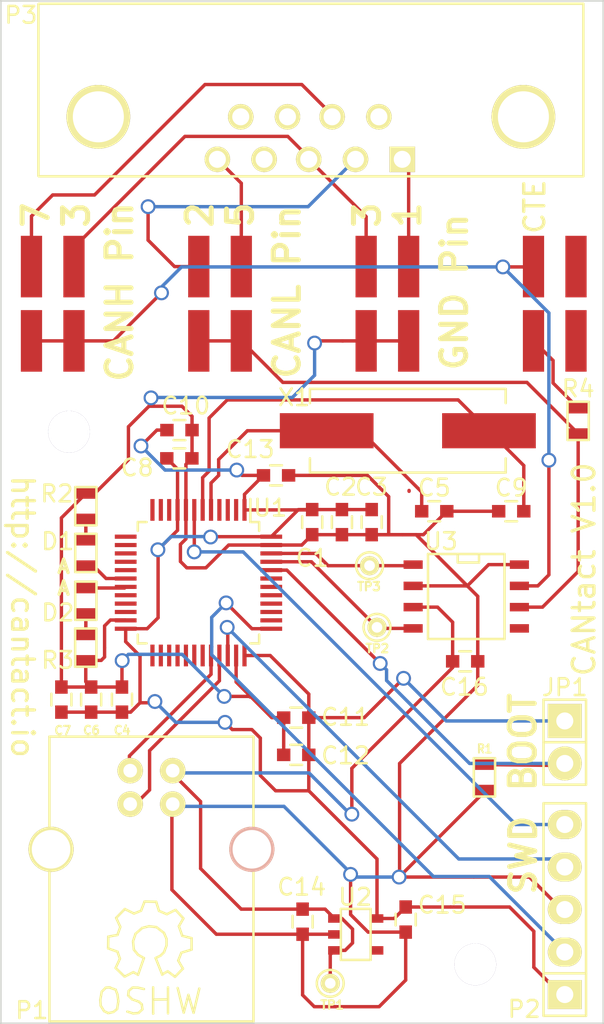
<source format=kicad_pcb>
(kicad_pcb (version 20171130) (host pcbnew "(5.1.12)-1")

  (general
    (thickness 1.6)
    (drawings 17)
    (tracks 357)
    (zones 0)
    (modules 40)
    (nets 62)
  )

  (page A4)
  (layers
    (0 F.Cu signal)
    (31 B.Cu signal)
    (32 B.Adhes user hide)
    (33 F.Adhes user hide)
    (34 B.Paste user hide)
    (35 F.Paste user hide)
    (36 B.SilkS user hide)
    (37 F.SilkS user hide)
    (38 B.Mask user hide)
    (39 F.Mask user hide)
    (40 Dwgs.User user hide)
    (41 Cmts.User user hide)
    (42 Eco1.User user hide)
    (43 Eco2.User user hide)
    (44 Edge.Cuts user)
    (45 Margin user hide)
    (46 B.CrtYd user hide)
    (47 F.CrtYd user hide)
    (48 B.Fab user hide)
    (49 F.Fab user hide)
  )

  (setup
    (last_trace_width 0.2032)
    (trace_clearance 0.2032)
    (zone_clearance 0.508)
    (zone_45_only yes)
    (trace_min 0.2032)
    (via_size 0.889)
    (via_drill 0.635)
    (via_min_size 0.889)
    (via_min_drill 0.508)
    (uvia_size 0.508)
    (uvia_drill 0.127)
    (uvias_allowed no)
    (uvia_min_size 0.508)
    (uvia_min_drill 0.127)
    (edge_width 0.1)
    (segment_width 0.2)
    (pcb_text_width 0.3)
    (pcb_text_size 1.5 1.5)
    (mod_edge_width 0.15)
    (mod_text_size 1 1)
    (mod_text_width 0.15)
    (pad_size 1.27 3.68)
    (pad_drill 0)
    (pad_to_mask_clearance 0)
    (aux_axis_origin 0 0)
    (visible_elements 7FFFFFFF)
    (pcbplotparams
      (layerselection 0x010f0_80000001)
      (usegerberextensions true)
      (usegerberattributes true)
      (usegerberadvancedattributes true)
      (creategerberjobfile true)
      (excludeedgelayer true)
      (linewidth 0.100000)
      (plotframeref false)
      (viasonmask false)
      (mode 1)
      (useauxorigin false)
      (hpglpennumber 1)
      (hpglpenspeed 20)
      (hpglpendiameter 15.000000)
      (psnegative false)
      (psa4output false)
      (plotreference true)
      (plotvalue true)
      (plotinvisibletext false)
      (padsonsilk false)
      (subtractmaskfromsilk false)
      (outputformat 1)
      (mirror false)
      (drillshape 0)
      (scaleselection 1)
      (outputdirectory "gerbers/"))
  )

  (net 0 "")
  (net 1 +3.3V)
  (net 2 GND)
  (net 3 +5V)
  (net 4 /USB_DM)
  (net 5 /USB_DP)
  (net 6 /SWDIO)
  (net 7 /SWCLK)
  (net 8 "Net-(P3-Pad8)")
  (net 9 /CAN_RX)
  (net 10 /CAN_TX)
  (net 11 "Net-(C5-Pad1)")
  (net 12 "Net-(C9-Pad1)")
  (net 13 "Net-(D1-Pad1)")
  (net 14 "Net-(D1-Pad2)")
  (net 15 "Net-(D2-Pad1)")
  (net 16 "Net-(D2-Pad2)")
  (net 17 "Net-(JP1-Pad2)")
  (net 18 /DB9_1)
  (net 19 /DB9_2)
  (net 20 /DB9_3)
  (net 21 "Net-(JP4-Pad1)")
  (net 22 "Net-(JP2-Pad1)")
  (net 23 "Net-(U1-Pad2)")
  (net 24 "Net-(U1-Pad3)")
  (net 25 "Net-(U1-Pad4)")
  (net 26 "Net-(JP2-Pad2)")
  (net 27 "Net-(U3-Pad5)")
  (net 28 /DB9_5)
  (net 29 /NRST)
  (net 30 "Net-(U1-Pad10)")
  (net 31 "Net-(U1-Pad11)")
  (net 32 "Net-(U1-Pad12)")
  (net 33 "Net-(U1-Pad13)")
  (net 34 "Net-(U1-Pad14)")
  (net 35 "Net-(U1-Pad15)")
  (net 36 "Net-(U1-Pad16)")
  (net 37 "Net-(U1-Pad17)")
  (net 38 "Net-(U1-Pad20)")
  (net 39 "Net-(U1-Pad21)")
  (net 40 "Net-(U1-Pad22)")
  (net 41 "Net-(U1-Pad25)")
  (net 42 "Net-(U1-Pad26)")
  (net 43 "Net-(U1-Pad27)")
  (net 44 "Net-(U1-Pad28)")
  (net 45 "Net-(U1-Pad29)")
  (net 46 "Net-(U1-Pad30)")
  (net 47 "Net-(U1-Pad31)")
  (net 48 "Net-(U1-Pad38)")
  (net 49 "Net-(U1-Pad39)")
  (net 50 "Net-(U1-Pad40)")
  (net 51 "Net-(U1-Pad41)")
  (net 52 "Net-(U1-Pad42)")
  (net 53 "Net-(U1-Pad43)")
  (net 54 "Net-(P1-Pad5)")
  (net 55 "Net-(P1-Pad6)")
  (net 56 "Net-(P3-Pad4)")
  (net 57 "Net-(P3-Pad9)")
  (net 58 "Net-(P3-Pad6)")
  (net 59 "Net-(JP2-Pad3)")
  (net 60 "Net-(JP2-Pad4)")
  (net 61 /DB9_7)

  (net_class Default "This is the default net class."
    (clearance 0.2032)
    (trace_width 0.2032)
    (via_dia 0.889)
    (via_drill 0.635)
    (uvia_dia 0.508)
    (uvia_drill 0.127)
    (add_net +3.3V)
    (add_net +5V)
    (add_net /CAN_RX)
    (add_net /CAN_TX)
    (add_net /DB9_1)
    (add_net /DB9_2)
    (add_net /DB9_3)
    (add_net /DB9_5)
    (add_net /DB9_7)
    (add_net /NRST)
    (add_net /SWCLK)
    (add_net /SWDIO)
    (add_net /USB_DM)
    (add_net /USB_DP)
    (add_net GND)
    (add_net "Net-(C5-Pad1)")
    (add_net "Net-(C9-Pad1)")
    (add_net "Net-(D1-Pad1)")
    (add_net "Net-(D1-Pad2)")
    (add_net "Net-(D2-Pad1)")
    (add_net "Net-(D2-Pad2)")
    (add_net "Net-(JP1-Pad2)")
    (add_net "Net-(JP2-Pad1)")
    (add_net "Net-(JP2-Pad2)")
    (add_net "Net-(JP2-Pad3)")
    (add_net "Net-(JP2-Pad4)")
    (add_net "Net-(JP4-Pad1)")
    (add_net "Net-(P1-Pad5)")
    (add_net "Net-(P1-Pad6)")
    (add_net "Net-(P3-Pad4)")
    (add_net "Net-(P3-Pad6)")
    (add_net "Net-(P3-Pad8)")
    (add_net "Net-(P3-Pad9)")
    (add_net "Net-(U1-Pad10)")
    (add_net "Net-(U1-Pad11)")
    (add_net "Net-(U1-Pad12)")
    (add_net "Net-(U1-Pad13)")
    (add_net "Net-(U1-Pad14)")
    (add_net "Net-(U1-Pad15)")
    (add_net "Net-(U1-Pad16)")
    (add_net "Net-(U1-Pad17)")
    (add_net "Net-(U1-Pad2)")
    (add_net "Net-(U1-Pad20)")
    (add_net "Net-(U1-Pad21)")
    (add_net "Net-(U1-Pad22)")
    (add_net "Net-(U1-Pad25)")
    (add_net "Net-(U1-Pad26)")
    (add_net "Net-(U1-Pad27)")
    (add_net "Net-(U1-Pad28)")
    (add_net "Net-(U1-Pad29)")
    (add_net "Net-(U1-Pad3)")
    (add_net "Net-(U1-Pad30)")
    (add_net "Net-(U1-Pad31)")
    (add_net "Net-(U1-Pad38)")
    (add_net "Net-(U1-Pad39)")
    (add_net "Net-(U1-Pad4)")
    (add_net "Net-(U1-Pad40)")
    (add_net "Net-(U1-Pad41)")
    (add_net "Net-(U1-Pad42)")
    (add_net "Net-(U1-Pad43)")
    (add_net "Net-(U3-Pad5)")
  )

  (net_class "Mounting Hole" ""
    (clearance 0.5)
    (trace_width 0.2032)
    (via_dia 6.5)
    (via_drill 3.5)
    (uvia_dia 6.5)
    (uvia_drill 3.5)
  )

  (module Connect:DB9MC (layer F.Cu) (tedit 54DA4B60) (tstamp 54735AF4)
    (at 142.7 98.9)
    (descr "Connecteur DB9 male couche")
    (tags "CONN DB9")
    (path /54725006)
    (fp_text reference P3 (at -17.2 -7.35 180) (layer F.SilkS)
      (effects (font (size 1 1) (thickness 0.15)))
    )
    (fp_text value DB9 (at 1.27 -3.81) (layer F.SilkS) hide
      (effects (font (size 1.524 1.524) (thickness 0.3048)))
    )
    (fp_line (start -16.129 2.286) (end 16.383 2.286) (layer F.SilkS) (width 0.15))
    (fp_line (start -16.129 -8.0264) (end 16.37 -8.0264) (layer F.SilkS) (width 0.15))
    (fp_line (start -16.1544 2.2606) (end -16.1544 -8) (layer F.SilkS) (width 0.15))
    (fp_line (start 16.4084 2.286) (end 16.4084 -8.0264) (layer F.SilkS) (width 0.15))
    (pad "" thru_hole circle (at 12.827 -1.27) (size 3.81 3.81) (drill 3.048) (layers *.Cu *.Mask F.SilkS))
    (pad "" thru_hole circle (at -12.573 -1.27) (size 3.81 3.81) (drill 3.048) (layers *.Cu *.Mask F.SilkS))
    (pad 1 thru_hole rect (at 5.588 1.27) (size 1.524 1.524) (drill 1.016) (layers *.Cu *.Mask F.SilkS)
      (net 18 /DB9_1))
    (pad 2 thru_hole circle (at 2.794 1.27) (size 1.524 1.524) (drill 1.016) (layers *.Cu *.Mask F.SilkS)
      (net 19 /DB9_2))
    (pad 3 thru_hole circle (at 0 1.27) (size 1.524 1.524) (drill 1.016) (layers *.Cu *.Mask F.SilkS)
      (net 20 /DB9_3))
    (pad 4 thru_hole circle (at -2.667 1.27) (size 1.524 1.524) (drill 1.016) (layers *.Cu *.Mask F.SilkS)
      (net 56 "Net-(P3-Pad4)"))
    (pad 5 thru_hole circle (at -5.461 1.27) (size 1.524 1.524) (drill 1.016) (layers *.Cu *.Mask F.SilkS)
      (net 28 /DB9_5))
    (pad 9 thru_hole circle (at -4.064 -1.27) (size 1.524 1.524) (drill 1.016) (layers *.Cu *.Mask F.SilkS)
      (net 57 "Net-(P3-Pad9)"))
    (pad 8 thru_hole circle (at -1.27 -1.27) (size 1.524 1.524) (drill 1.016) (layers *.Cu *.Mask F.SilkS)
      (net 8 "Net-(P3-Pad8)"))
    (pad 7 thru_hole circle (at 1.397 -1.27) (size 1.524 1.524) (drill 1.016) (layers *.Cu *.Mask F.SilkS)
      (net 61 /DB9_7))
    (pad 6 thru_hole circle (at 4.191 -1.27) (size 1.524 1.524) (drill 1.016) (layers *.Cu *.Mask F.SilkS)
      (net 58 "Net-(P3-Pad6)"))
    (model Conn_DBxx/db9_male_pin90deg.wrl
      (at (xyz 0 0 0))
      (scale (xyz 1 1 1))
      (rotate (xyz 0 0 0))
    )
  )

  (module Pin_Headers:Pin_Header_Straight_1x02 (layer F.Cu) (tedit 54B5C781) (tstamp 5473893A)
    (at 158 135 270)
    (descr "Through hole pin header")
    (tags "pin header")
    (path /5473404D)
    (fp_text reference JP1 (at -3.275 0) (layer F.SilkS)
      (effects (font (size 1 1) (thickness 0.15)))
    )
    (fp_text value "Boot Mode" (at 0 0 270) (layer F.SilkS) hide
      (effects (font (size 1.27 1.27) (thickness 0.2032)))
    )
    (fp_line (start 2.54 -1.27) (end -2.54 -1.27) (layer F.SilkS) (width 0.15))
    (fp_line (start 2.54 1.27) (end 2.54 -1.27) (layer F.SilkS) (width 0.15))
    (fp_line (start 0 1.27) (end 2.54 1.27) (layer F.SilkS) (width 0.15))
    (fp_line (start -2.54 1.27) (end 0 1.27) (layer F.SilkS) (width 0.15))
    (fp_line (start -2.54 -1.27) (end -2.54 1.27) (layer F.SilkS) (width 0.15))
    (fp_line (start 0 -1.27) (end 0 1.27) (layer F.SilkS) (width 0.15))
    (pad 1 thru_hole rect (at -1.27 0 270) (size 2.032 2.032) (drill 1.016) (layers *.Cu *.Mask F.SilkS)
      (net 1 +3.3V))
    (pad 2 thru_hole oval (at 1.27 0 270) (size 2.032 2.032) (drill 1.016) (layers *.Cu *.Mask F.SilkS)
      (net 17 "Net-(JP1-Pad2)"))
    (model Pin_Headers/Pin_Header_Straight_1x02.wrl
      (at (xyz 0 0 0))
      (scale (xyz 1 1 1))
      (rotate (xyz 0 0 0))
    )
  )

  (module Connect:USB_B (layer F.Cu) (tedit 54B5C750) (tstamp 5473662E)
    (at 133.3 141.4)
    (tags USB)
    (path /546FAFF9)
    (fp_text reference P1 (at -7.15 9.625) (layer F.SilkS)
      (effects (font (size 1 1) (thickness 0.15)))
    )
    (fp_text value USB (at 0 0) (layer F.SilkS) hide
      (effects (font (size 1.524 1.524) (thickness 0.3048)))
    )
    (fp_line (start -6.096 -6.731) (end -6.096 10.287) (layer F.SilkS) (width 0.15))
    (fp_line (start 6.096 -6.731) (end -6.096 -6.731) (layer F.SilkS) (width 0.15))
    (fp_line (start 6.096 10.287) (end 6.096 -6.731) (layer F.SilkS) (width 0.15))
    (fp_line (start -6.096 10.287) (end 6.096 10.287) (layer F.SilkS) (width 0.15))
    (pad 1 thru_hole circle (at 1.27 -4.699) (size 1.524 1.524) (drill 0.8128) (layers *.Cu *.Mask F.SilkS)
      (net 3 +5V))
    (pad 2 thru_hole circle (at -1.27 -4.699) (size 1.524 1.524) (drill 0.8128) (layers *.Cu *.Mask F.SilkS)
      (net 4 /USB_DM))
    (pad 3 thru_hole circle (at -1.27 -2.70002) (size 1.524 1.524) (drill 0.8128) (layers *.Cu *.Mask F.SilkS)
      (net 5 /USB_DP))
    (pad 4 thru_hole circle (at 1.27 -2.70002) (size 1.524 1.524) (drill 0.8128) (layers *.Cu *.Mask F.SilkS)
      (net 2 GND))
    (pad 5 np_thru_hole circle (at 5.99948 0) (size 2.70002 2.70002) (drill 2.30124) (layers *.Cu *.SilkS *.Mask)
      (net 54 "Net-(P1-Pad5)"))
    (pad 6 thru_hole circle (at -5.99948 0) (size 2.70002 2.70002) (drill 2.30124) (layers *.Cu *.Mask F.SilkS)
      (net 55 "Net-(P1-Pad6)"))
    (model Connectors/USB_type_B.wrl
      (offset (xyz 0 0 0.02539999961853028))
      (scale (xyz 0.3937 0.3937 0.3937))
      (rotate (xyz 0 0 0))
    )
  )

  (module Pin_Headers:Pin_Header_Straight_1x05 (layer F.Cu) (tedit 54B5C774) (tstamp 5473666A)
    (at 158 145 90)
    (descr "Through hole pin header")
    (tags "pin header")
    (path /5472CC61)
    (fp_text reference P2 (at -5.95 -2.425 180) (layer F.SilkS)
      (effects (font (size 1 1) (thickness 0.15)))
    )
    (fp_text value SWD (at 0 0 90) (layer F.SilkS) hide
      (effects (font (size 1.27 1.27) (thickness 0.2032)))
    )
    (fp_line (start -6.35 1.27) (end -3.81 1.27) (layer F.SilkS) (width 0.15))
    (fp_line (start -6.35 -1.27) (end -6.35 1.27) (layer F.SilkS) (width 0.15))
    (fp_line (start -3.81 -1.27) (end -3.81 1.27) (layer F.SilkS) (width 0.15))
    (fp_line (start -6.35 -1.27) (end -3.81 -1.27) (layer F.SilkS) (width 0.15))
    (fp_line (start 6.35 1.27) (end -3.81 1.27) (layer F.SilkS) (width 0.15))
    (fp_line (start 6.35 -1.27) (end 6.35 1.27) (layer F.SilkS) (width 0.15))
    (fp_line (start -3.81 -1.27) (end 6.35 -1.27) (layer F.SilkS) (width 0.15))
    (pad 1 thru_hole rect (at -5.08 0 90) (size 1.7272 2.032) (drill 1.016) (layers *.Cu *.Mask F.SilkS)
      (net 1 +3.3V))
    (pad 2 thru_hole oval (at -2.54 0 90) (size 1.7272 2.032) (drill 1.016) (layers *.Cu *.Mask F.SilkS)
      (net 7 /SWCLK))
    (pad 3 thru_hole oval (at 0 0 90) (size 1.7272 2.032) (drill 1.016) (layers *.Cu *.Mask F.SilkS)
      (net 2 GND))
    (pad 4 thru_hole oval (at 2.54 0 90) (size 1.7272 2.032) (drill 1.016) (layers *.Cu *.Mask F.SilkS)
      (net 6 /SWDIO))
    (pad 5 thru_hole oval (at 5.08 0 90) (size 1.7272 2.032) (drill 1.016) (layers *.Cu *.Mask F.SilkS)
      (net 29 /NRST))
    (model Pin_Headers/Pin_Header_Straight_1x05.wrl
      (at (xyz 0 0 0))
      (scale (xyz 1 1 1))
      (rotate (xyz 0 0 0))
    )
  )

  (module SMD_Packages:SMD-0603 (layer F.Cu) (tedit 5474A133) (tstamp 54735AFA)
    (at 153.2 137.1 270)
    (path /5473362D)
    (attr smd)
    (fp_text reference R1 (at -1.7035 -0.009) (layer F.SilkS)
      (effects (font (size 0.508 0.4572) (thickness 0.1143)))
    )
    (fp_text value 510 (at 0 0 270) (layer F.SilkS) hide
      (effects (font (size 0.508 0.4572) (thickness 0.1143)))
    )
    (fp_line (start -1.143 0.635) (end -1.143 -0.635) (layer F.SilkS) (width 0.15))
    (fp_line (start 1.143 0.635) (end -1.143 0.635) (layer F.SilkS) (width 0.15))
    (fp_line (start 1.143 -0.635) (end 1.143 0.635) (layer F.SilkS) (width 0.15))
    (fp_line (start -1.143 -0.635) (end 1.143 -0.635) (layer F.SilkS) (width 0.15))
    (pad 1 smd rect (at -0.762 0 270) (size 0.635 1.143) (layers F.Cu F.Paste F.Mask)
      (net 17 "Net-(JP1-Pad2)"))
    (pad 2 smd rect (at 0.762 0 270) (size 0.635 1.143) (layers F.Cu F.Paste F.Mask)
      (net 2 GND))
    (model smd\resistors\R0603.wrl
      (offset (xyz 0 0 0.02539999961853028))
      (scale (xyz 0.5 0.5 0.5))
      (rotate (xyz 0 0 0))
    )
  )

  (module Connect:PINTST (layer F.Cu) (tedit 547367EF) (tstamp 54735B11)
    (at 143.9845 149.409)
    (descr "module 1 pin (ou trou mecanique de percage)")
    (tags DEV)
    (path /54735313)
    (fp_text reference TP1 (at 0.1155 1.291) (layer F.SilkS)
      (effects (font (size 0.508 0.508) (thickness 0.127)))
    )
    (fp_text value TST (at 0 1.27) (layer F.SilkS) hide
      (effects (font (size 0.508 0.508) (thickness 0.127)))
    )
    (fp_circle (center 0 0) (end -0.254 -0.762) (layer F.SilkS) (width 0.15))
    (pad 1 thru_hole circle (at 0 0) (size 1.143 1.143) (drill 0.635) (layers *.Cu *.Mask F.SilkS)
      (net 3 +5V))
  )

  (module Connect:PINTST (layer F.Cu) (tedit 54749615) (tstamp 54735B16)
    (at 146.7785 128.1365)
    (descr "module 1 pin (ou trou mecanique de percage)")
    (tags DEV)
    (path /547347ED)
    (fp_text reference TP2 (at 0.0215 1.2635) (layer F.SilkS)
      (effects (font (size 0.508 0.508) (thickness 0.127)))
    )
    (fp_text value TST (at 0 1.27) (layer F.SilkS) hide
      (effects (font (size 0.508 0.508) (thickness 0.127)))
    )
    (fp_circle (center 0 0) (end -0.254 -0.762) (layer F.SilkS) (width 0.15))
    (pad 1 thru_hole circle (at 0 0) (size 1.143 1.143) (drill 0.635) (layers *.Cu *.Mask F.SilkS)
      (net 9 /CAN_RX))
  )

  (module Connect:PINTST (layer F.Cu) (tedit 5474961C) (tstamp 54735B1B)
    (at 146.334 124.4535)
    (descr "module 1 pin (ou trou mecanique de percage)")
    (tags DEV)
    (path /5473495A)
    (fp_text reference TP3 (at -0.034 1.2465) (layer F.SilkS)
      (effects (font (size 0.508 0.508) (thickness 0.127)))
    )
    (fp_text value TST (at 0 1.27) (layer F.SilkS) hide
      (effects (font (size 0.508 0.508) (thickness 0.127)))
    )
    (fp_circle (center 0 0) (end -0.254 -0.762) (layer F.SilkS) (width 0.15))
    (pad 1 thru_hole circle (at 0 0) (size 1.143 1.143) (drill 0.635) (layers *.Cu *.Mask F.SilkS)
      (net 10 /CAN_TX))
  )

  (module Housings_QFP:LQFP-48_7x7mm_Pitch0.5mm (layer F.Cu) (tedit 54749037) (tstamp 54735B4F)
    (at 136.1105 125.4695 270)
    (descr "48 LEAD LQFP 7x7mm (see MICREL LQFP7x7-48LD-PL-1.pdf)")
    (tags "QFP 0.5")
    (path /546FFAB4)
    (attr smd)
    (fp_text reference U1 (at -4.4695 -4.2895) (layer F.SilkS)
      (effects (font (size 1 1) (thickness 0.15)))
    )
    (fp_text value STM32F042C6T6 (at 0 6 270) (layer F.SilkS) hide
      (effects (font (size 1 1) (thickness 0.15)))
    )
    (fp_line (start -3.625 -3.1) (end -5 -3.1) (layer F.SilkS) (width 0.15))
    (fp_line (start 3.625 -3.625) (end 3.1 -3.625) (layer F.SilkS) (width 0.15))
    (fp_line (start 3.625 3.625) (end 3.1 3.625) (layer F.SilkS) (width 0.15))
    (fp_line (start -3.625 3.625) (end -3.1 3.625) (layer F.SilkS) (width 0.15))
    (fp_line (start -3.625 -3.625) (end -3.1 -3.625) (layer F.SilkS) (width 0.15))
    (fp_line (start -3.625 3.625) (end -3.625 3.1) (layer F.SilkS) (width 0.15))
    (fp_line (start 3.625 3.625) (end 3.625 3.1) (layer F.SilkS) (width 0.15))
    (fp_line (start 3.625 -3.625) (end 3.625 -3.1) (layer F.SilkS) (width 0.15))
    (fp_line (start -3.625 -3.625) (end -3.625 -3.1) (layer F.SilkS) (width 0.15))
    (fp_line (start -5.25 5.25) (end 5.25 5.25) (layer F.CrtYd) (width 0.05))
    (fp_line (start -5.25 -5.25) (end 5.25 -5.25) (layer F.CrtYd) (width 0.05))
    (fp_line (start 5.25 -5.25) (end 5.25 5.25) (layer F.CrtYd) (width 0.05))
    (fp_line (start -5.25 -5.25) (end -5.25 5.25) (layer F.CrtYd) (width 0.05))
    (pad 1 smd rect (at -4.35 -2.75 270) (size 1.3 0.25) (layers F.Cu F.Paste F.Mask)
      (net 1 +3.3V))
    (pad 2 smd rect (at -4.35 -2.25 270) (size 1.3 0.25) (layers F.Cu F.Paste F.Mask)
      (net 23 "Net-(U1-Pad2)"))
    (pad 3 smd rect (at -4.35 -1.75 270) (size 1.3 0.25) (layers F.Cu F.Paste F.Mask)
      (net 24 "Net-(U1-Pad3)"))
    (pad 4 smd rect (at -4.35 -1.25 270) (size 1.3 0.25) (layers F.Cu F.Paste F.Mask)
      (net 25 "Net-(U1-Pad4)"))
    (pad 5 smd rect (at -4.35 -0.75 270) (size 1.3 0.25) (layers F.Cu F.Paste F.Mask)
      (net 11 "Net-(C5-Pad1)"))
    (pad 6 smd rect (at -4.35 -0.25 270) (size 1.3 0.25) (layers F.Cu F.Paste F.Mask)
      (net 12 "Net-(C9-Pad1)"))
    (pad 7 smd rect (at -4.35 0.25 270) (size 1.3 0.25) (layers F.Cu F.Paste F.Mask)
      (net 29 /NRST))
    (pad 8 smd rect (at -4.35 0.75 270) (size 1.3 0.25) (layers F.Cu F.Paste F.Mask)
      (net 2 GND))
    (pad 9 smd rect (at -4.35 1.25 270) (size 1.3 0.25) (layers F.Cu F.Paste F.Mask)
      (net 1 +3.3V))
    (pad 10 smd rect (at -4.35 1.75 270) (size 1.3 0.25) (layers F.Cu F.Paste F.Mask)
      (net 30 "Net-(U1-Pad10)"))
    (pad 11 smd rect (at -4.35 2.25 270) (size 1.3 0.25) (layers F.Cu F.Paste F.Mask)
      (net 31 "Net-(U1-Pad11)"))
    (pad 12 smd rect (at -4.35 2.75 270) (size 1.3 0.25) (layers F.Cu F.Paste F.Mask)
      (net 32 "Net-(U1-Pad12)"))
    (pad 13 smd rect (at -2.75 4.35) (size 1.3 0.25) (layers F.Cu F.Paste F.Mask)
      (net 33 "Net-(U1-Pad13)"))
    (pad 14 smd rect (at -2.25 4.35) (size 1.3 0.25) (layers F.Cu F.Paste F.Mask)
      (net 34 "Net-(U1-Pad14)"))
    (pad 15 smd rect (at -1.75 4.35) (size 1.3 0.25) (layers F.Cu F.Paste F.Mask)
      (net 35 "Net-(U1-Pad15)"))
    (pad 16 smd rect (at -1.25 4.35) (size 1.3 0.25) (layers F.Cu F.Paste F.Mask)
      (net 36 "Net-(U1-Pad16)"))
    (pad 17 smd rect (at -0.75 4.35) (size 1.3 0.25) (layers F.Cu F.Paste F.Mask)
      (net 37 "Net-(U1-Pad17)"))
    (pad 18 smd rect (at -0.25 4.35) (size 1.3 0.25) (layers F.Cu F.Paste F.Mask)
      (net 13 "Net-(D1-Pad1)"))
    (pad 19 smd rect (at 0.25 4.35) (size 1.3 0.25) (layers F.Cu F.Paste F.Mask)
      (net 15 "Net-(D2-Pad1)"))
    (pad 20 smd rect (at 0.75 4.35) (size 1.3 0.25) (layers F.Cu F.Paste F.Mask)
      (net 38 "Net-(U1-Pad20)"))
    (pad 21 smd rect (at 1.25 4.35) (size 1.3 0.25) (layers F.Cu F.Paste F.Mask)
      (net 39 "Net-(U1-Pad21)"))
    (pad 22 smd rect (at 1.75 4.35) (size 1.3 0.25) (layers F.Cu F.Paste F.Mask)
      (net 40 "Net-(U1-Pad22)"))
    (pad 23 smd rect (at 2.25 4.35) (size 1.3 0.25) (layers F.Cu F.Paste F.Mask)
      (net 2 GND))
    (pad 24 smd rect (at 2.75 4.35) (size 1.3 0.25) (layers F.Cu F.Paste F.Mask)
      (net 1 +3.3V))
    (pad 25 smd rect (at 4.35 2.75 270) (size 1.3 0.25) (layers F.Cu F.Paste F.Mask)
      (net 41 "Net-(U1-Pad25)"))
    (pad 26 smd rect (at 4.35 2.25 270) (size 1.3 0.25) (layers F.Cu F.Paste F.Mask)
      (net 42 "Net-(U1-Pad26)"))
    (pad 27 smd rect (at 4.35 1.75 270) (size 1.3 0.25) (layers F.Cu F.Paste F.Mask)
      (net 43 "Net-(U1-Pad27)"))
    (pad 28 smd rect (at 4.35 1.25 270) (size 1.3 0.25) (layers F.Cu F.Paste F.Mask)
      (net 44 "Net-(U1-Pad28)"))
    (pad 29 smd rect (at 4.35 0.75 270) (size 1.3 0.25) (layers F.Cu F.Paste F.Mask)
      (net 45 "Net-(U1-Pad29)"))
    (pad 30 smd rect (at 4.35 0.25 270) (size 1.3 0.25) (layers F.Cu F.Paste F.Mask)
      (net 46 "Net-(U1-Pad30)"))
    (pad 31 smd rect (at 4.35 -0.25 270) (size 1.3 0.25) (layers F.Cu F.Paste F.Mask)
      (net 47 "Net-(U1-Pad31)"))
    (pad 32 smd rect (at 4.35 -0.75 270) (size 1.3 0.25) (layers F.Cu F.Paste F.Mask)
      (net 4 /USB_DM))
    (pad 33 smd rect (at 4.35 -1.25 270) (size 1.3 0.25) (layers F.Cu F.Paste F.Mask)
      (net 5 /USB_DP))
    (pad 34 smd rect (at 4.35 -1.75 270) (size 1.3 0.25) (layers F.Cu F.Paste F.Mask)
      (net 6 /SWDIO))
    (pad 35 smd rect (at 4.35 -2.25 270) (size 1.3 0.25) (layers F.Cu F.Paste F.Mask)
      (net 2 GND))
    (pad 36 smd rect (at 4.35 -2.75 270) (size 1.3 0.25) (layers F.Cu F.Paste F.Mask)
      (net 1 +3.3V))
    (pad 37 smd rect (at 2.75 -4.35) (size 1.3 0.25) (layers F.Cu F.Paste F.Mask)
      (net 7 /SWCLK))
    (pad 38 smd rect (at 2.25 -4.35) (size 1.3 0.25) (layers F.Cu F.Paste F.Mask)
      (net 48 "Net-(U1-Pad38)"))
    (pad 39 smd rect (at 1.75 -4.35) (size 1.3 0.25) (layers F.Cu F.Paste F.Mask)
      (net 49 "Net-(U1-Pad39)"))
    (pad 40 smd rect (at 1.25 -4.35) (size 1.3 0.25) (layers F.Cu F.Paste F.Mask)
      (net 50 "Net-(U1-Pad40)"))
    (pad 41 smd rect (at 0.75 -4.35) (size 1.3 0.25) (layers F.Cu F.Paste F.Mask)
      (net 51 "Net-(U1-Pad41)"))
    (pad 42 smd rect (at 0.25 -4.35) (size 1.3 0.25) (layers F.Cu F.Paste F.Mask)
      (net 52 "Net-(U1-Pad42)"))
    (pad 43 smd rect (at -0.25 -4.35) (size 1.3 0.25) (layers F.Cu F.Paste F.Mask)
      (net 53 "Net-(U1-Pad43)"))
    (pad 44 smd rect (at -0.75 -4.35) (size 1.3 0.25) (layers F.Cu F.Paste F.Mask)
      (net 17 "Net-(JP1-Pad2)"))
    (pad 45 smd rect (at -1.25 -4.35) (size 1.3 0.25) (layers F.Cu F.Paste F.Mask)
      (net 9 /CAN_RX))
    (pad 46 smd rect (at -1.75 -4.35) (size 1.3 0.25) (layers F.Cu F.Paste F.Mask)
      (net 10 /CAN_TX))
    (pad 47 smd rect (at -2.25 -4.35) (size 1.3 0.25) (layers F.Cu F.Paste F.Mask)
      (net 2 GND))
    (pad 48 smd rect (at -2.75 -4.35) (size 1.3 0.25) (layers F.Cu F.Paste F.Mask)
      (net 1 +3.3V))
    (model Housings_QFP/LQFP-48_7x7mm_Pitch0.5mm.wrl
      (at (xyz 0 0 0))
      (scale (xyz 1 1 1))
      (rotate (xyz 0 0 0))
    )
  )

  (module SMD_Packages:SOT-23-5 (layer F.Cu) (tedit 54B5C761) (tstamp 54735D13)
    (at 145.5085 146.488 270)
    (path /546FC15D)
    (attr smd)
    (fp_text reference U2 (at -2.238 0.0335) (layer F.SilkS)
      (effects (font (size 1 1) (thickness 0.15)))
    )
    (fp_text value AAT3221 (at 0 0 270) (layer F.SilkS) hide
      (effects (font (size 0.635 0.635) (thickness 0.127)))
    )
    (fp_line (start -1.524 -0.889) (end 1.524 -0.889) (layer F.SilkS) (width 0.15))
    (fp_line (start -1.524 0.889) (end -1.524 -0.889) (layer F.SilkS) (width 0.15))
    (fp_line (start 1.524 0.889) (end -1.524 0.889) (layer F.SilkS) (width 0.15))
    (fp_line (start 1.524 -0.889) (end 1.524 0.889) (layer F.SilkS) (width 0.15))
    (pad 1 smd rect (at -0.9525 1.27 270) (size 0.508 0.762) (layers F.Cu F.Paste F.Mask)
      (net 3 +5V))
    (pad 3 smd rect (at 0.9525 1.27 270) (size 0.508 0.762) (layers F.Cu F.Paste F.Mask)
      (net 3 +5V))
    (pad 5 smd rect (at -0.9525 -1.27 270) (size 0.508 0.762) (layers F.Cu F.Paste F.Mask)
      (net 1 +3.3V))
    (pad 2 smd rect (at 0 1.27 270) (size 0.508 0.762) (layers F.Cu F.Paste F.Mask)
      (net 2 GND))
    (pad 4 smd rect (at 0.9525 -1.27 270) (size 0.508 0.762) (layers F.Cu F.Paste F.Mask))
    (model smd/SOT23_5.wrl
      (at (xyz 0 0 0))
      (scale (xyz 0.1 0.1 0.1))
      (rotate (xyz 0 0 0))
    )
  )

  (module SMD_Packages:SOIC-8-N (layer F.Cu) (tedit 54B5C7A2) (tstamp 54735B64)
    (at 152.1125 126.295 270)
    (descr "Module Narrow CMS SOJ 8 pins large")
    (tags "CMS SOJ")
    (path /5472437B)
    (attr smd)
    (fp_text reference U3 (at -3.295 1.5125) (layer F.SilkS)
      (effects (font (size 1 1) (thickness 0.15)))
    )
    (fp_text value MCP2551-I/SN (at 0 1.27 270) (layer F.SilkS) hide
      (effects (font (size 1.016 1.016) (thickness 0.127)))
    )
    (fp_line (start -2.032 0.508) (end -2.54 0.508) (layer F.SilkS) (width 0.15))
    (fp_line (start -2.032 -0.762) (end -2.032 0.508) (layer F.SilkS) (width 0.15))
    (fp_line (start -2.54 -0.762) (end -2.032 -0.762) (layer F.SilkS) (width 0.15))
    (fp_line (start -2.54 2.286) (end -2.54 -2.286) (layer F.SilkS) (width 0.15))
    (fp_line (start 2.54 2.286) (end -2.54 2.286) (layer F.SilkS) (width 0.15))
    (fp_line (start 2.54 -2.286) (end 2.54 2.286) (layer F.SilkS) (width 0.15))
    (fp_line (start -2.54 -2.286) (end 2.54 -2.286) (layer F.SilkS) (width 0.15))
    (pad 8 smd rect (at -1.905 -3.175 270) (size 0.508 1.143) (layers F.Cu F.Paste F.Mask)
      (net 2 GND))
    (pad 7 smd rect (at -0.635 -3.175 270) (size 0.508 1.143) (layers F.Cu F.Paste F.Mask)
      (net 26 "Net-(JP2-Pad2)"))
    (pad 6 smd rect (at 0.635 -3.175 270) (size 0.508 1.143) (layers F.Cu F.Paste F.Mask)
      (net 21 "Net-(JP4-Pad1)"))
    (pad 5 smd rect (at 1.905 -3.175 270) (size 0.508 1.143) (layers F.Cu F.Paste F.Mask)
      (net 27 "Net-(U3-Pad5)"))
    (pad 4 smd rect (at 1.905 3.175 270) (size 0.508 1.143) (layers F.Cu F.Paste F.Mask)
      (net 9 /CAN_RX))
    (pad 3 smd rect (at 0.635 3.175 270) (size 0.508 1.143) (layers F.Cu F.Paste F.Mask)
      (net 3 +5V))
    (pad 2 smd rect (at -0.635 3.175 270) (size 0.508 1.143) (layers F.Cu F.Paste F.Mask)
      (net 2 GND))
    (pad 1 smd rect (at -1.905 3.175 270) (size 0.508 1.143) (layers F.Cu F.Paste F.Mask)
      (net 10 /CAN_TX))
    (model smd/cms_so8.wrl
      (at (xyz 0 0 0))
      (scale (xyz 0.5 0.38 0.5))
      (rotate (xyz 0 0 0))
    )
  )

  (module Crystals:Crystal_HC49-SD_SMD (layer F.Cu) (tedit 54B5C70D) (tstamp 54735B6A)
    (at 148.62 116.389)
    (descr "Crystal, Quarz, HC49-SD, SMD,")
    (tags "Crystal, Quarz, HC49-SD, SMD,")
    (path /54736BAF)
    (attr smd)
    (fp_text reference X1 (at -6.795 -1.989) (layer F.SilkS)
      (effects (font (size 1 1) (thickness 0.15)))
    )
    (fp_text value "16 MHz" (at 2.54 5.08) (layer F.SilkS) hide
      (effects (font (size 1.524 1.524) (thickness 0.3048)))
    )
    (fp_line (start -5.84962 -2.49936) (end -5.84962 -1.651) (layer F.SilkS) (width 0.15))
    (fp_line (start -5.84962 2.49936) (end -5.84962 1.651) (layer F.SilkS) (width 0.15))
    (fp_line (start 5.84962 -2.49936) (end 5.84962 -1.651) (layer F.SilkS) (width 0.15))
    (fp_line (start 5.84962 2.49936) (end 5.84962 1.651) (layer F.SilkS) (width 0.15))
    (fp_line (start 5.84962 -2.49936) (end -5.84962 -2.49936) (layer F.SilkS) (width 0.15))
    (fp_line (start -5.84962 2.49936) (end 5.84962 2.49936) (layer F.SilkS) (width 0.15))
    (fp_circle (center 0 0) (end 0.14986 0.0508) (layer F.Adhes) (width 0.381))
    (fp_circle (center 0 0) (end 0.50038 0) (layer F.Adhes) (width 0.381))
    (fp_circle (center 0 0) (end 0.8509 0) (layer F.Adhes) (width 0.381))
    (pad 1 smd rect (at -4.84886 0) (size 5.6007 2.10058) (layers F.Cu F.Paste F.Mask)
      (net 11 "Net-(C5-Pad1)"))
    (pad 2 smd rect (at 4.84886 0) (size 5.6007 2.10058) (layers F.Cu F.Paste F.Mask)
      (net 12 "Net-(C9-Pad1)"))
  )

  (module Capacitors_SMD:C_0603 (layer F.Cu) (tedit 547495E8) (tstamp 54735DAC)
    (at 142.905 121.85 270)
    (descr "Capacitor SMD 0603, reflow soldering, AVX (see smccp.pdf)")
    (tags "capacitor 0603")
    (path /54701255)
    (attr smd)
    (fp_text reference C1 (at 2.15 0.005) (layer F.SilkS)
      (effects (font (size 1 1) (thickness 0.15)))
    )
    (fp_text value 0.1uF (at 0 1.9 270) (layer F.SilkS) hide
      (effects (font (size 1 1) (thickness 0.15)))
    )
    (fp_line (start 0.35 0.6) (end -0.35 0.6) (layer F.SilkS) (width 0.15))
    (fp_line (start -0.35 -0.6) (end 0.35 -0.6) (layer F.SilkS) (width 0.15))
    (fp_line (start 1.45 -0.75) (end 1.45 0.75) (layer F.CrtYd) (width 0.05))
    (fp_line (start -1.45 -0.75) (end -1.45 0.75) (layer F.CrtYd) (width 0.05))
    (fp_line (start -1.45 0.75) (end 1.45 0.75) (layer F.CrtYd) (width 0.05))
    (fp_line (start -1.45 -0.75) (end 1.45 -0.75) (layer F.CrtYd) (width 0.05))
    (pad 1 smd rect (at -0.75 0 270) (size 0.8 0.75) (layers F.Cu F.Paste F.Mask)
      (net 1 +3.3V))
    (pad 2 smd rect (at 0.75 0 270) (size 0.8 0.75) (layers F.Cu F.Paste F.Mask)
      (net 2 GND))
    (model Capacitors_SMD/C_0603J.wrl
      (at (xyz 0 0 0))
      (scale (xyz 1 1 1))
      (rotate (xyz 0 0 0))
    )
  )

  (module Capacitors_SMD:C_0603 (layer F.Cu) (tedit 54749F9F) (tstamp 54735DB2)
    (at 144.683 121.85 270)
    (descr "Capacitor SMD 0603, reflow soldering, AVX (see smccp.pdf)")
    (tags "capacitor 0603")
    (path /5470124F)
    (attr smd)
    (fp_text reference C2 (at -2.1 0.083) (layer F.SilkS)
      (effects (font (size 1 1) (thickness 0.15)))
    )
    (fp_text value 0.1uF (at 0 1.9 270) (layer F.SilkS) hide
      (effects (font (size 1 1) (thickness 0.15)))
    )
    (fp_line (start 0.35 0.6) (end -0.35 0.6) (layer F.SilkS) (width 0.15))
    (fp_line (start -0.35 -0.6) (end 0.35 -0.6) (layer F.SilkS) (width 0.15))
    (fp_line (start 1.45 -0.75) (end 1.45 0.75) (layer F.CrtYd) (width 0.05))
    (fp_line (start -1.45 -0.75) (end -1.45 0.75) (layer F.CrtYd) (width 0.05))
    (fp_line (start -1.45 0.75) (end 1.45 0.75) (layer F.CrtYd) (width 0.05))
    (fp_line (start -1.45 -0.75) (end 1.45 -0.75) (layer F.CrtYd) (width 0.05))
    (pad 1 smd rect (at -0.75 0 270) (size 0.8 0.75) (layers F.Cu F.Paste F.Mask)
      (net 1 +3.3V))
    (pad 2 smd rect (at 0.75 0 270) (size 0.8 0.75) (layers F.Cu F.Paste F.Mask)
      (net 2 GND))
    (model Capacitors_SMD/C_0603J.wrl
      (at (xyz 0 0 0))
      (scale (xyz 1 1 1))
      (rotate (xyz 0 0 0))
    )
  )

  (module Capacitors_SMD:C_0603 (layer F.Cu) (tedit 54749FAF) (tstamp 54B5C9AD)
    (at 146.461 121.85 270)
    (descr "Capacitor SMD 0603, reflow soldering, AVX (see smccp.pdf)")
    (tags "capacitor 0603")
    (path /54701249)
    (attr smd)
    (fp_text reference C3 (at -2.1 0.011) (layer F.SilkS)
      (effects (font (size 1 1) (thickness 0.15)))
    )
    (fp_text value 4.7uF (at 0 1.9 270) (layer F.SilkS) hide
      (effects (font (size 1 1) (thickness 0.15)))
    )
    (fp_line (start 0.35 0.6) (end -0.35 0.6) (layer F.SilkS) (width 0.15))
    (fp_line (start -0.35 -0.6) (end 0.35 -0.6) (layer F.SilkS) (width 0.15))
    (fp_line (start 1.45 -0.75) (end 1.45 0.75) (layer F.CrtYd) (width 0.05))
    (fp_line (start -1.45 -0.75) (end -1.45 0.75) (layer F.CrtYd) (width 0.05))
    (fp_line (start -1.45 0.75) (end 1.45 0.75) (layer F.CrtYd) (width 0.05))
    (fp_line (start -1.45 -0.75) (end 1.45 -0.75) (layer F.CrtYd) (width 0.05))
    (pad 1 smd rect (at -0.75 0 270) (size 0.8 0.75) (layers F.Cu F.Paste F.Mask)
      (net 1 +3.3V))
    (pad 2 smd rect (at 0.75 0 270) (size 0.8 0.75) (layers F.Cu F.Paste F.Mask)
      (net 2 GND))
    (model Capacitors_SMD/C_0603J.wrl
      (at (xyz 0 0 0))
      (scale (xyz 1 1 1))
      (rotate (xyz 0 0 0))
    )
  )

  (module Capacitors_SMD:C_0603 (layer F.Cu) (tedit 54B5C95F) (tstamp 54735DBE)
    (at 131.5385 132.4545 90)
    (descr "Capacitor SMD 0603, reflow soldering, AVX (see smccp.pdf)")
    (tags "capacitor 0603")
    (path /546FA7BA)
    (attr smd)
    (fp_text reference C4 (at -1.8355 0.0115 180) (layer F.SilkS)
      (effects (font (size 0.5 0.5) (thickness 0.125)))
    )
    (fp_text value 0.1uF (at 0 1.9 180) (layer F.SilkS) hide
      (effects (font (size 1 1) (thickness 0.15)))
    )
    (fp_line (start 0.35 0.6) (end -0.35 0.6) (layer F.SilkS) (width 0.15))
    (fp_line (start -0.35 -0.6) (end 0.35 -0.6) (layer F.SilkS) (width 0.15))
    (fp_line (start 1.45 -0.75) (end 1.45 0.75) (layer F.CrtYd) (width 0.05))
    (fp_line (start -1.45 -0.75) (end -1.45 0.75) (layer F.CrtYd) (width 0.05))
    (fp_line (start -1.45 0.75) (end 1.45 0.75) (layer F.CrtYd) (width 0.05))
    (fp_line (start -1.45 -0.75) (end 1.45 -0.75) (layer F.CrtYd) (width 0.05))
    (pad 1 smd rect (at -0.75 0 90) (size 0.8 0.75) (layers F.Cu F.Paste F.Mask)
      (net 1 +3.3V))
    (pad 2 smd rect (at 0.75 0 90) (size 0.8 0.75) (layers F.Cu F.Paste F.Mask)
      (net 2 GND))
    (model Capacitors_SMD/C_0603J.wrl
      (at (xyz 0 0 0))
      (scale (xyz 1 1 1))
      (rotate (xyz 0 0 0))
    )
  )

  (module Capacitors_SMD:C_0603 (layer F.Cu) (tedit 5474911E) (tstamp 54735DC4)
    (at 150.2 121.2)
    (descr "Capacitor SMD 0603, reflow soldering, AVX (see smccp.pdf)")
    (tags "capacitor 0603")
    (path /546FC87A)
    (attr smd)
    (fp_text reference C5 (at 0 -1.4) (layer F.SilkS)
      (effects (font (size 1 1) (thickness 0.15)))
    )
    (fp_text value 18pF (at 0 1.9) (layer F.SilkS) hide
      (effects (font (size 1 1) (thickness 0.15)))
    )
    (fp_line (start 0.35 0.6) (end -0.35 0.6) (layer F.SilkS) (width 0.15))
    (fp_line (start -0.35 -0.6) (end 0.35 -0.6) (layer F.SilkS) (width 0.15))
    (fp_line (start 1.45 -0.75) (end 1.45 0.75) (layer F.CrtYd) (width 0.05))
    (fp_line (start -1.45 -0.75) (end -1.45 0.75) (layer F.CrtYd) (width 0.05))
    (fp_line (start -1.45 0.75) (end 1.45 0.75) (layer F.CrtYd) (width 0.05))
    (fp_line (start -1.45 -0.75) (end 1.45 -0.75) (layer F.CrtYd) (width 0.05))
    (pad 1 smd rect (at -0.75 0) (size 0.8 0.75) (layers F.Cu F.Paste F.Mask)
      (net 11 "Net-(C5-Pad1)"))
    (pad 2 smd rect (at 0.75 0) (size 0.8 0.75) (layers F.Cu F.Paste F.Mask)
      (net 2 GND))
    (model Capacitors_SMD/C_0603J.wrl
      (at (xyz 0 0 0))
      (scale (xyz 1 1 1))
      (rotate (xyz 0 0 0))
    )
  )

  (module Capacitors_SMD:C_0603 (layer F.Cu) (tedit 54B5C952) (tstamp 54735DCA)
    (at 129.697 132.4545 90)
    (descr "Capacitor SMD 0603, reflow soldering, AVX (see smccp.pdf)")
    (tags "capacitor 0603")
    (path /546FA78D)
    (attr smd)
    (fp_text reference C6 (at -1.8355 0.023 180) (layer F.SilkS)
      (effects (font (size 0.5 0.5) (thickness 0.125)))
    )
    (fp_text value 0.1uF (at 0 1.9 90) (layer F.SilkS) hide
      (effects (font (size 1 1) (thickness 0.15)))
    )
    (fp_line (start 0.35 0.6) (end -0.35 0.6) (layer F.SilkS) (width 0.15))
    (fp_line (start -0.35 -0.6) (end 0.35 -0.6) (layer F.SilkS) (width 0.15))
    (fp_line (start 1.45 -0.75) (end 1.45 0.75) (layer F.CrtYd) (width 0.05))
    (fp_line (start -1.45 -0.75) (end -1.45 0.75) (layer F.CrtYd) (width 0.05))
    (fp_line (start -1.45 0.75) (end 1.45 0.75) (layer F.CrtYd) (width 0.05))
    (fp_line (start -1.45 -0.75) (end 1.45 -0.75) (layer F.CrtYd) (width 0.05))
    (pad 1 smd rect (at -0.75 0 90) (size 0.8 0.75) (layers F.Cu F.Paste F.Mask)
      (net 1 +3.3V))
    (pad 2 smd rect (at 0.75 0 90) (size 0.8 0.75) (layers F.Cu F.Paste F.Mask)
      (net 2 GND))
    (model Capacitors_SMD/C_0603J.wrl
      (at (xyz 0 0 0))
      (scale (xyz 1 1 1))
      (rotate (xyz 0 0 0))
    )
  )

  (module Capacitors_SMD:C_0603 (layer F.Cu) (tedit 54B5C5C3) (tstamp 54735DD0)
    (at 127.919 132.4545 90)
    (descr "Capacitor SMD 0603, reflow soldering, AVX (see smccp.pdf)")
    (tags "capacitor 0603")
    (path /546FA6B8)
    (attr smd)
    (fp_text reference C7 (at -1.8455 0.081 180) (layer F.SilkS)
      (effects (font (size 0.5 0.5) (thickness 0.125)))
    )
    (fp_text value 4.7uF (at 0 1.9 90) (layer F.SilkS) hide
      (effects (font (size 1 1) (thickness 0.15)))
    )
    (fp_line (start 0.35 0.6) (end -0.35 0.6) (layer F.SilkS) (width 0.15))
    (fp_line (start -0.35 -0.6) (end 0.35 -0.6) (layer F.SilkS) (width 0.15))
    (fp_line (start 1.45 -0.75) (end 1.45 0.75) (layer F.CrtYd) (width 0.05))
    (fp_line (start -1.45 -0.75) (end -1.45 0.75) (layer F.CrtYd) (width 0.05))
    (fp_line (start -1.45 0.75) (end 1.45 0.75) (layer F.CrtYd) (width 0.05))
    (fp_line (start -1.45 -0.75) (end 1.45 -0.75) (layer F.CrtYd) (width 0.05))
    (pad 1 smd rect (at -0.75 0 90) (size 0.8 0.75) (layers F.Cu F.Paste F.Mask)
      (net 1 +3.3V))
    (pad 2 smd rect (at 0.75 0 90) (size 0.8 0.75) (layers F.Cu F.Paste F.Mask)
      (net 2 GND))
    (model Capacitors_SMD/C_0603J.wrl
      (at (xyz 0 0 0))
      (scale (xyz 1 1 1))
      (rotate (xyz 0 0 0))
    )
  )

  (module Capacitors_SMD:C_0603 (layer F.Cu) (tedit 54B5C71B) (tstamp 54735DD6)
    (at 134.9675 118.04)
    (descr "Capacitor SMD 0603, reflow soldering, AVX (see smccp.pdf)")
    (tags "capacitor 0603")
    (path /546FA697)
    (attr smd)
    (fp_text reference C8 (at -2.5175 0.56) (layer F.SilkS)
      (effects (font (size 1 1) (thickness 0.15)))
    )
    (fp_text value 10nF (at 0 1.9) (layer F.SilkS) hide
      (effects (font (size 1 1) (thickness 0.15)))
    )
    (fp_line (start 0.35 0.6) (end -0.35 0.6) (layer F.SilkS) (width 0.15))
    (fp_line (start -0.35 -0.6) (end 0.35 -0.6) (layer F.SilkS) (width 0.15))
    (fp_line (start 1.45 -0.75) (end 1.45 0.75) (layer F.CrtYd) (width 0.05))
    (fp_line (start -1.45 -0.75) (end -1.45 0.75) (layer F.CrtYd) (width 0.05))
    (fp_line (start -1.45 0.75) (end 1.45 0.75) (layer F.CrtYd) (width 0.05))
    (fp_line (start -1.45 -0.75) (end 1.45 -0.75) (layer F.CrtYd) (width 0.05))
    (pad 1 smd rect (at -0.75 0) (size 0.8 0.75) (layers F.Cu F.Paste F.Mask)
      (net 1 +3.3V))
    (pad 2 smd rect (at 0.75 0) (size 0.8 0.75) (layers F.Cu F.Paste F.Mask)
      (net 2 GND))
    (model Capacitors_SMD/C_0603J.wrl
      (at (xyz 0 0 0))
      (scale (xyz 1 1 1))
      (rotate (xyz 0 0 0))
    )
  )

  (module Capacitors_SMD:C_0603 (layer F.Cu) (tedit 54749121) (tstamp 54735DDC)
    (at 154.8 121.2 180)
    (descr "Capacitor SMD 0603, reflow soldering, AVX (see smccp.pdf)")
    (tags "capacitor 0603")
    (path /546FC8B5)
    (attr smd)
    (fp_text reference C9 (at 0 1.4 180) (layer F.SilkS)
      (effects (font (size 1 1) (thickness 0.15)))
    )
    (fp_text value 18pF (at 0 1.9 180) (layer F.SilkS) hide
      (effects (font (size 1 1) (thickness 0.15)))
    )
    (fp_line (start 0.35 0.6) (end -0.35 0.6) (layer F.SilkS) (width 0.15))
    (fp_line (start -0.35 -0.6) (end 0.35 -0.6) (layer F.SilkS) (width 0.15))
    (fp_line (start 1.45 -0.75) (end 1.45 0.75) (layer F.CrtYd) (width 0.05))
    (fp_line (start -1.45 -0.75) (end -1.45 0.75) (layer F.CrtYd) (width 0.05))
    (fp_line (start -1.45 0.75) (end 1.45 0.75) (layer F.CrtYd) (width 0.05))
    (fp_line (start -1.45 -0.75) (end 1.45 -0.75) (layer F.CrtYd) (width 0.05))
    (pad 1 smd rect (at -0.75 0 180) (size 0.8 0.75) (layers F.Cu F.Paste F.Mask)
      (net 12 "Net-(C9-Pad1)"))
    (pad 2 smd rect (at 0.75 0 180) (size 0.8 0.75) (layers F.Cu F.Paste F.Mask)
      (net 2 GND))
    (model Capacitors_SMD/C_0603J.wrl
      (at (xyz 0 0 0))
      (scale (xyz 1 1 1))
      (rotate (xyz 0 0 0))
    )
  )

  (module Capacitors_SMD:C_0603 (layer F.Cu) (tedit 54B5C721) (tstamp 54735DE2)
    (at 134.975 116.35)
    (descr "Capacitor SMD 0603, reflow soldering, AVX (see smccp.pdf)")
    (tags "capacitor 0603")
    (path /546FA677)
    (attr smd)
    (fp_text reference C10 (at 0.375 -1.45) (layer F.SilkS)
      (effects (font (size 1 1) (thickness 0.15)))
    )
    (fp_text value 1uF (at 0 1.9) (layer F.SilkS) hide
      (effects (font (size 1 1) (thickness 0.15)))
    )
    (fp_line (start 0.35 0.6) (end -0.35 0.6) (layer F.SilkS) (width 0.15))
    (fp_line (start -0.35 -0.6) (end 0.35 -0.6) (layer F.SilkS) (width 0.15))
    (fp_line (start 1.45 -0.75) (end 1.45 0.75) (layer F.CrtYd) (width 0.05))
    (fp_line (start -1.45 -0.75) (end -1.45 0.75) (layer F.CrtYd) (width 0.05))
    (fp_line (start -1.45 0.75) (end 1.45 0.75) (layer F.CrtYd) (width 0.05))
    (fp_line (start -1.45 -0.75) (end 1.45 -0.75) (layer F.CrtYd) (width 0.05))
    (pad 1 smd rect (at -0.75 0) (size 0.8 0.75) (layers F.Cu F.Paste F.Mask)
      (net 1 +3.3V))
    (pad 2 smd rect (at 0.75 0) (size 0.8 0.75) (layers F.Cu F.Paste F.Mask)
      (net 2 GND))
    (model Capacitors_SMD/C_0603J.wrl
      (at (xyz 0 0 0))
      (scale (xyz 1 1 1))
      (rotate (xyz 0 0 0))
    )
  )

  (module Capacitors_SMD:C_0603 (layer F.Cu) (tedit 5473673C) (tstamp 54735DE8)
    (at 141.9525 133.534 180)
    (descr "Capacitor SMD 0603, reflow soldering, AVX (see smccp.pdf)")
    (tags "capacitor 0603")
    (path /546FA65A)
    (attr smd)
    (fp_text reference C11 (at -2.9475 0.034 180) (layer F.SilkS)
      (effects (font (size 1 1) (thickness 0.15)))
    )
    (fp_text value 0.1uF (at 0 1.9 180) (layer F.SilkS) hide
      (effects (font (size 1 1) (thickness 0.15)))
    )
    (fp_line (start 0.35 0.6) (end -0.35 0.6) (layer F.SilkS) (width 0.15))
    (fp_line (start -0.35 -0.6) (end 0.35 -0.6) (layer F.SilkS) (width 0.15))
    (fp_line (start 1.45 -0.75) (end 1.45 0.75) (layer F.CrtYd) (width 0.05))
    (fp_line (start -1.45 -0.75) (end -1.45 0.75) (layer F.CrtYd) (width 0.05))
    (fp_line (start -1.45 0.75) (end 1.45 0.75) (layer F.CrtYd) (width 0.05))
    (fp_line (start -1.45 -0.75) (end 1.45 -0.75) (layer F.CrtYd) (width 0.05))
    (pad 1 smd rect (at -0.75 0 180) (size 0.8 0.75) (layers F.Cu F.Paste F.Mask)
      (net 1 +3.3V))
    (pad 2 smd rect (at 0.75 0 180) (size 0.8 0.75) (layers F.Cu F.Paste F.Mask)
      (net 2 GND))
    (model Capacitors_SMD/C_0603J.wrl
      (at (xyz 0 0 0))
      (scale (xyz 1 1 1))
      (rotate (xyz 0 0 0))
    )
  )

  (module Capacitors_SMD:C_0603 (layer F.Cu) (tedit 54736730) (tstamp 54735DEE)
    (at 141.9525 135.7565 180)
    (descr "Capacitor SMD 0603, reflow soldering, AVX (see smccp.pdf)")
    (tags "capacitor 0603")
    (path /546FA619)
    (attr smd)
    (fp_text reference C12 (at -2.9475 -0.0435 180) (layer F.SilkS)
      (effects (font (size 1 1) (thickness 0.15)))
    )
    (fp_text value 4.7uF (at 0 1.9 270) (layer F.SilkS) hide
      (effects (font (size 1 1) (thickness 0.15)))
    )
    (fp_line (start 0.35 0.6) (end -0.35 0.6) (layer F.SilkS) (width 0.15))
    (fp_line (start -0.35 -0.6) (end 0.35 -0.6) (layer F.SilkS) (width 0.15))
    (fp_line (start 1.45 -0.75) (end 1.45 0.75) (layer F.CrtYd) (width 0.05))
    (fp_line (start -1.45 -0.75) (end -1.45 0.75) (layer F.CrtYd) (width 0.05))
    (fp_line (start -1.45 0.75) (end 1.45 0.75) (layer F.CrtYd) (width 0.05))
    (fp_line (start -1.45 -0.75) (end 1.45 -0.75) (layer F.CrtYd) (width 0.05))
    (pad 1 smd rect (at -0.75 0 180) (size 0.8 0.75) (layers F.Cu F.Paste F.Mask)
      (net 1 +3.3V))
    (pad 2 smd rect (at 0.75 0 180) (size 0.8 0.75) (layers F.Cu F.Paste F.Mask)
      (net 2 GND))
    (model Capacitors_SMD/C_0603J.wrl
      (at (xyz 0 0 0))
      (scale (xyz 1 1 1))
      (rotate (xyz 0 0 0))
    )
  )

  (module Capacitors_SMD:C_0603 (layer F.Cu) (tedit 547367B7) (tstamp 54735DF4)
    (at 140.746 119.056)
    (descr "Capacitor SMD 0603, reflow soldering, AVX (see smccp.pdf)")
    (tags "capacitor 0603")
    (path /54701413)
    (attr smd)
    (fp_text reference C13 (at -1.546 -1.556) (layer F.SilkS)
      (effects (font (size 1 1) (thickness 0.15)))
    )
    (fp_text value 0.1uF (at 0 1.9) (layer F.SilkS) hide
      (effects (font (size 1 1) (thickness 0.15)))
    )
    (fp_line (start 0.35 0.6) (end -0.35 0.6) (layer F.SilkS) (width 0.15))
    (fp_line (start -0.35 -0.6) (end 0.35 -0.6) (layer F.SilkS) (width 0.15))
    (fp_line (start 1.45 -0.75) (end 1.45 0.75) (layer F.CrtYd) (width 0.05))
    (fp_line (start -1.45 -0.75) (end -1.45 0.75) (layer F.CrtYd) (width 0.05))
    (fp_line (start -1.45 0.75) (end 1.45 0.75) (layer F.CrtYd) (width 0.05))
    (fp_line (start -1.45 -0.75) (end 1.45 -0.75) (layer F.CrtYd) (width 0.05))
    (pad 1 smd rect (at -0.75 0) (size 0.8 0.75) (layers F.Cu F.Paste F.Mask)
      (net 1 +3.3V))
    (pad 2 smd rect (at 0.75 0) (size 0.8 0.75) (layers F.Cu F.Paste F.Mask)
      (net 2 GND))
    (model Capacitors_SMD/C_0603J.wrl
      (at (xyz 0 0 0))
      (scale (xyz 1 1 1))
      (rotate (xyz 0 0 0))
    )
  )

  (module Capacitors_SMD:C_0603 (layer F.Cu) (tedit 54B5C764) (tstamp 54735DFA)
    (at 142.3335 145.726 270)
    (descr "Capacitor SMD 0603, reflow soldering, AVX (see smccp.pdf)")
    (tags "capacitor 0603")
    (path /546FC250)
    (attr smd)
    (fp_text reference C14 (at -2.076 0.0585) (layer F.SilkS)
      (effects (font (size 1 1) (thickness 0.15)))
    )
    (fp_text value 1uF (at 0 1.9 270) (layer F.SilkS) hide
      (effects (font (size 1 1) (thickness 0.15)))
    )
    (fp_line (start 0.35 0.6) (end -0.35 0.6) (layer F.SilkS) (width 0.15))
    (fp_line (start -0.35 -0.6) (end 0.35 -0.6) (layer F.SilkS) (width 0.15))
    (fp_line (start 1.45 -0.75) (end 1.45 0.75) (layer F.CrtYd) (width 0.05))
    (fp_line (start -1.45 -0.75) (end -1.45 0.75) (layer F.CrtYd) (width 0.05))
    (fp_line (start -1.45 0.75) (end 1.45 0.75) (layer F.CrtYd) (width 0.05))
    (fp_line (start -1.45 -0.75) (end 1.45 -0.75) (layer F.CrtYd) (width 0.05))
    (pad 1 smd rect (at -0.75 0 270) (size 0.8 0.75) (layers F.Cu F.Paste F.Mask)
      (net 3 +5V))
    (pad 2 smd rect (at 0.75 0 270) (size 0.8 0.75) (layers F.Cu F.Paste F.Mask)
      (net 2 GND))
    (model Capacitors_SMD/C_0603J.wrl
      (at (xyz 0 0 0))
      (scale (xyz 1 1 1))
      (rotate (xyz 0 0 0))
    )
  )

  (module Capacitors_SMD:C_0603 (layer F.Cu) (tedit 54B5C76A) (tstamp 54735E00)
    (at 148.493 145.599 270)
    (descr "Capacitor SMD 0603, reflow soldering, AVX (see smccp.pdf)")
    (tags "capacitor 0603")
    (path /546FC291)
    (attr smd)
    (fp_text reference C15 (at -0.874 -2.182) (layer F.SilkS)
      (effects (font (size 1 1) (thickness 0.15)))
    )
    (fp_text value 1uF (at 0 1.9 270) (layer F.SilkS) hide
      (effects (font (size 1 1) (thickness 0.15)))
    )
    (fp_line (start 0.35 0.6) (end -0.35 0.6) (layer F.SilkS) (width 0.15))
    (fp_line (start -0.35 -0.6) (end 0.35 -0.6) (layer F.SilkS) (width 0.15))
    (fp_line (start 1.45 -0.75) (end 1.45 0.75) (layer F.CrtYd) (width 0.05))
    (fp_line (start -1.45 -0.75) (end -1.45 0.75) (layer F.CrtYd) (width 0.05))
    (fp_line (start -1.45 0.75) (end 1.45 0.75) (layer F.CrtYd) (width 0.05))
    (fp_line (start -1.45 -0.75) (end 1.45 -0.75) (layer F.CrtYd) (width 0.05))
    (pad 1 smd rect (at -0.75 0 270) (size 0.8 0.75) (layers F.Cu F.Paste F.Mask)
      (net 1 +3.3V))
    (pad 2 smd rect (at 0.75 0 270) (size 0.8 0.75) (layers F.Cu F.Paste F.Mask)
      (net 2 GND))
    (model Capacitors_SMD/C_0603J.wrl
      (at (xyz 0 0 0))
      (scale (xyz 1 1 1))
      (rotate (xyz 0 0 0))
    )
  )

  (module Capacitors_SMD:C_0603 (layer F.Cu) (tedit 547367E3) (tstamp 54735E06)
    (at 152.049 130.1685 180)
    (descr "Capacitor SMD 0603, reflow soldering, AVX (see smccp.pdf)")
    (tags "capacitor 0603")
    (path /54724A1C)
    (attr smd)
    (fp_text reference C16 (at 0.049 -1.5315 180) (layer F.SilkS)
      (effects (font (size 1 1) (thickness 0.15)))
    )
    (fp_text value 0.1uF (at 0 1.9 180) (layer F.SilkS) hide
      (effects (font (size 1 1) (thickness 0.15)))
    )
    (fp_line (start 0.35 0.6) (end -0.35 0.6) (layer F.SilkS) (width 0.15))
    (fp_line (start -0.35 -0.6) (end 0.35 -0.6) (layer F.SilkS) (width 0.15))
    (fp_line (start 1.45 -0.75) (end 1.45 0.75) (layer F.CrtYd) (width 0.05))
    (fp_line (start -1.45 -0.75) (end -1.45 0.75) (layer F.CrtYd) (width 0.05))
    (fp_line (start -1.45 0.75) (end 1.45 0.75) (layer F.CrtYd) (width 0.05))
    (fp_line (start -1.45 -0.75) (end 1.45 -0.75) (layer F.CrtYd) (width 0.05))
    (pad 1 smd rect (at -0.75 0 180) (size 0.8 0.75) (layers F.Cu F.Paste F.Mask)
      (net 2 GND))
    (pad 2 smd rect (at 0.75 0 180) (size 0.8 0.75) (layers F.Cu F.Paste F.Mask)
      (net 3 +5V))
    (model Capacitors_SMD/C_0603J.wrl
      (at (xyz 0 0 0))
      (scale (xyz 1 1 1))
      (rotate (xyz 0 0 0))
    )
  )

  (module SMD_Packages:SMD-0603 (layer F.Cu) (tedit 54DA494A) (tstamp 54735E0C)
    (at 129.3795 123.6915 90)
    (path /5472F3BF)
    (attr smd)
    (fp_text reference D1 (at 0.6915 -1.6795 180) (layer F.SilkS)
      (effects (font (size 1 1) (thickness 0.15)))
    )
    (fp_text value LED (at 0 0 90) (layer F.SilkS) hide
      (effects (font (size 0.508 0.4572) (thickness 0.1143)))
    )
    (fp_line (start -1.143 0.635) (end -1.143 -0.635) (layer F.SilkS) (width 0.15))
    (fp_line (start 1.143 0.635) (end -1.143 0.635) (layer F.SilkS) (width 0.15))
    (fp_line (start 1.143 -0.635) (end 1.143 0.635) (layer F.SilkS) (width 0.15))
    (fp_line (start -1.143 -0.635) (end 1.143 -0.635) (layer F.SilkS) (width 0.15))
    (pad 1 smd rect (at -0.762 0 90) (size 0.635 1.143) (layers F.Cu F.Paste F.Mask)
      (net 13 "Net-(D1-Pad1)"))
    (pad 2 smd rect (at 0.762 0 90) (size 0.635 1.143) (layers F.Cu F.Paste F.Mask)
      (net 14 "Net-(D1-Pad2)"))
    (model smd\resistors\R0603.wrl
      (offset (xyz 0 0 0.02539999961853028))
      (scale (xyz 0.5 0.5 0.5))
      (rotate (xyz 0 0 0))
    )
  )

  (module SMD_Packages:SMD-0603 (layer F.Cu) (tedit 54DA48D6) (tstamp 54DA491A)
    (at 129.3795 126.549 270)
    (path /5472F58A)
    (attr smd)
    (fp_text reference D2 (at 0.711 1.6695 180) (layer F.SilkS)
      (effects (font (size 1 1) (thickness 0.15)))
    )
    (fp_text value LED (at 0 0 270) (layer F.SilkS) hide
      (effects (font (size 0.508 0.4572) (thickness 0.1143)))
    )
    (fp_line (start -1.143 0.635) (end -1.143 -0.635) (layer F.SilkS) (width 0.15))
    (fp_line (start 1.143 0.635) (end -1.143 0.635) (layer F.SilkS) (width 0.15))
    (fp_line (start 1.143 -0.635) (end 1.143 0.635) (layer F.SilkS) (width 0.15))
    (fp_line (start -1.143 -0.635) (end 1.143 -0.635) (layer F.SilkS) (width 0.15))
    (pad 1 smd rect (at -0.762 0 270) (size 0.635 1.143) (layers F.Cu F.Paste F.Mask)
      (net 15 "Net-(D2-Pad1)"))
    (pad 2 smd rect (at 0.762 0 270) (size 0.635 1.143) (layers F.Cu F.Paste F.Mask)
      (net 16 "Net-(D2-Pad2)"))
    (model smd\resistors\R0603.wrl
      (offset (xyz 0 0 0.02539999961853028))
      (scale (xyz 0.5 0.5 0.5))
      (rotate (xyz 0 0 0))
    )
  )

  (module SMD_Packages:SMD-0603 (layer F.Cu) (tedit 54DA49A6) (tstamp 54735E18)
    (at 129.3795 120.8975 270)
    (path /54730ABA)
    (attr smd)
    (fp_text reference R2 (at -0.7475 1.7295) (layer F.SilkS)
      (effects (font (size 1 1) (thickness 0.15)))
    )
    (fp_text value R (at 0 0 270) (layer F.SilkS) hide
      (effects (font (size 0.508 0.4572) (thickness 0.1143)))
    )
    (fp_line (start -1.143 0.635) (end -1.143 -0.635) (layer F.SilkS) (width 0.15))
    (fp_line (start 1.143 0.635) (end -1.143 0.635) (layer F.SilkS) (width 0.15))
    (fp_line (start 1.143 -0.635) (end 1.143 0.635) (layer F.SilkS) (width 0.15))
    (fp_line (start -1.143 -0.635) (end 1.143 -0.635) (layer F.SilkS) (width 0.15))
    (pad 1 smd rect (at -0.762 0 270) (size 0.635 1.143) (layers F.Cu F.Paste F.Mask)
      (net 2 GND))
    (pad 2 smd rect (at 0.762 0 270) (size 0.635 1.143) (layers F.Cu F.Paste F.Mask)
      (net 14 "Net-(D1-Pad2)"))
    (model smd\resistors\R0603.wrl
      (offset (xyz 0 0 0.02539999961853028))
      (scale (xyz 0.5 0.5 0.5))
      (rotate (xyz 0 0 0))
    )
  )

  (module SMD_Packages:SMD-0603 (layer F.Cu) (tedit 54B5C914) (tstamp 54735E1E)
    (at 129.375 129.35 90)
    (path /547309DB)
    (attr smd)
    (fp_text reference R3 (at -0.75 -1.675 180) (layer F.SilkS)
      (effects (font (size 1 1) (thickness 0.15)))
    )
    (fp_text value R (at 0 0 90) (layer F.SilkS) hide
      (effects (font (size 0.508 0.4572) (thickness 0.1143)))
    )
    (fp_line (start -1.143 0.635) (end -1.143 -0.635) (layer F.SilkS) (width 0.15))
    (fp_line (start 1.143 0.635) (end -1.143 0.635) (layer F.SilkS) (width 0.15))
    (fp_line (start 1.143 -0.635) (end 1.143 0.635) (layer F.SilkS) (width 0.15))
    (fp_line (start -1.143 -0.635) (end 1.143 -0.635) (layer F.SilkS) (width 0.15))
    (pad 1 smd rect (at -0.762 0 90) (size 0.635 1.143) (layers F.Cu F.Paste F.Mask)
      (net 2 GND))
    (pad 2 smd rect (at 0.762 0 90) (size 0.635 1.143) (layers F.Cu F.Paste F.Mask)
      (net 16 "Net-(D2-Pad2)"))
    (model smd\resistors\R0603.wrl
      (offset (xyz 0 0 0.02539999961853028))
      (scale (xyz 0.5 0.5 0.5))
      (rotate (xyz 0 0 0))
    )
  )

  (module SMD_Packages:SMD-0603 (layer F.Cu) (tedit 54B5C80D) (tstamp 54735E24)
    (at 158.8 115.8 90)
    (path /5472656A)
    (attr smd)
    (fp_text reference R4 (at 1.925 0 180) (layer F.SilkS)
      (effects (font (size 1 1) (thickness 0.15)))
    )
    (fp_text value 120 (at 0 0 90) (layer F.SilkS) hide
      (effects (font (size 0.508 0.4572) (thickness 0.1143)))
    )
    (fp_line (start -1.143 0.635) (end -1.143 -0.635) (layer F.SilkS) (width 0.15))
    (fp_line (start 1.143 0.635) (end -1.143 0.635) (layer F.SilkS) (width 0.15))
    (fp_line (start 1.143 -0.635) (end 1.143 0.635) (layer F.SilkS) (width 0.15))
    (fp_line (start -1.143 -0.635) (end 1.143 -0.635) (layer F.SilkS) (width 0.15))
    (pad 1 smd rect (at -0.762 0 90) (size 0.635 1.143) (layers F.Cu F.Paste F.Mask)
      (net 21 "Net-(JP4-Pad1)"))
    (pad 2 smd rect (at 0.762 0 90) (size 0.635 1.143) (layers F.Cu F.Paste F.Mask)
      (net 22 "Net-(JP2-Pad1)"))
    (model smd\resistors\R0603.wrl
      (offset (xyz 0 0 0.02539999961853028))
      (scale (xyz 0.5 0.5 0.5))
      (rotate (xyz 0 0 0))
    )
  )

  (module Symbols:Symbol_OSHW-Logo_SilkScreen (layer F.Cu) (tedit 54736A40) (tstamp 54736A40)
    (at 133.2 147)
    (descr "Symbol, OSHW-Logo, Silk Screen,")
    (tags "Symbol, OSHW-Logo, Silk Screen,")
    (fp_text reference SYM (at 0.09906 -4.38912) (layer F.SilkS) hide
      (effects (font (size 1.524 1.524) (thickness 0.3048)))
    )
    (fp_text value Symbol_OSHW-Logo_SilkScreen_07Jul2012 (at 0.30988 6.56082) (layer F.SilkS) hide
      (effects (font (size 1.524 1.524) (thickness 0.3048)))
    )
    (fp_line (start 0.35052 0.89916) (end 0.7493 1.89992) (layer F.SilkS) (width 0.15))
    (fp_line (start -0.35052 0.89916) (end -0.70104 1.89992) (layer F.SilkS) (width 0.15))
    (fp_line (start -0.70104 0.70104) (end -0.35052 0.89916) (layer F.SilkS) (width 0.15))
    (fp_line (start -0.94996 0.39878) (end -0.70104 0.70104) (layer F.SilkS) (width 0.15))
    (fp_line (start -1.00076 -0.09906) (end -0.94996 0.39878) (layer F.SilkS) (width 0.15))
    (fp_line (start -0.8509 -0.55118) (end -1.00076 -0.09906) (layer F.SilkS) (width 0.15))
    (fp_line (start -0.44958 -0.89916) (end -0.8509 -0.55118) (layer F.SilkS) (width 0.15))
    (fp_line (start -0.0508 -1.00076) (end -0.44958 -0.89916) (layer F.SilkS) (width 0.15))
    (fp_line (start 0.39878 -0.94996) (end -0.0508 -1.00076) (layer F.SilkS) (width 0.15))
    (fp_line (start 0.8509 -0.59944) (end 0.39878 -0.94996) (layer F.SilkS) (width 0.15))
    (fp_line (start 1.00076 -0.24892) (end 0.8509 -0.59944) (layer F.SilkS) (width 0.15))
    (fp_line (start 1.00076 0.14986) (end 1.00076 -0.24892) (layer F.SilkS) (width 0.15))
    (fp_line (start 0.8509 0.55118) (end 1.00076 0.14986) (layer F.SilkS) (width 0.15))
    (fp_line (start 0.65024 0.7493) (end 0.8509 0.55118) (layer F.SilkS) (width 0.15))
    (fp_line (start 0.35052 0.89916) (end 0.65024 0.7493) (layer F.SilkS) (width 0.15))
    (fp_line (start -1.9304 0.5207) (end -1.7907 0.91948) (layer F.SilkS) (width 0.15))
    (fp_line (start -2.4892 0.32004) (end -1.9304 0.5207) (layer F.SilkS) (width 0.15))
    (fp_line (start -2.47904 -0.381) (end -2.4892 0.32004) (layer F.SilkS) (width 0.15))
    (fp_line (start -1.9304 -0.48006) (end -2.47904 -0.381) (layer F.SilkS) (width 0.15))
    (fp_line (start -1.76022 -0.96012) (end -1.9304 -0.48006) (layer F.SilkS) (width 0.15))
    (fp_line (start -2.00914 -1.50114) (end -1.76022 -0.96012) (layer F.SilkS) (width 0.15))
    (fp_line (start -1.49098 -2.02946) (end -2.00914 -1.50114) (layer F.SilkS) (width 0.15))
    (fp_line (start -0.9398 -1.76022) (end -1.49098 -2.02946) (layer F.SilkS) (width 0.15))
    (fp_line (start -0.5207 -1.9304) (end -0.9398 -1.76022) (layer F.SilkS) (width 0.15))
    (fp_line (start -0.30988 -2.47904) (end -0.5207 -1.9304) (layer F.SilkS) (width 0.15))
    (fp_line (start 0.381 -2.46126) (end -0.30988 -2.47904) (layer F.SilkS) (width 0.15))
    (fp_line (start 0.55118 -1.92024) (end 0.381 -2.46126) (layer F.SilkS) (width 0.15))
    (fp_line (start 1.02108 -1.71958) (end 0.55118 -1.92024) (layer F.SilkS) (width 0.15))
    (fp_line (start 1.53924 -1.9812) (end 1.02108 -1.71958) (layer F.SilkS) (width 0.15))
    (fp_line (start 2.00914 -1.47066) (end 1.53924 -1.9812) (layer F.SilkS) (width 0.15))
    (fp_line (start 1.7399 -1.00076) (end 2.00914 -1.47066) (layer F.SilkS) (width 0.15))
    (fp_line (start 1.94056 -0.42926) (end 1.7399 -1.00076) (layer F.SilkS) (width 0.15))
    (fp_line (start 2.49936 -0.28956) (end 1.94056 -0.42926) (layer F.SilkS) (width 0.15))
    (fp_line (start 2.49936 0.39116) (end 2.49936 -0.28956) (layer F.SilkS) (width 0.15))
    (fp_line (start 1.88976 0.57912) (end 2.49936 0.39116) (layer F.SilkS) (width 0.15))
    (fp_line (start 1.69926 1.04902) (end 1.88976 0.57912) (layer F.SilkS) (width 0.15))
    (fp_line (start 1.9812 1.52908) (end 1.69926 1.04902) (layer F.SilkS) (width 0.15))
    (fp_line (start 1.50876 2.0193) (end 1.9812 1.52908) (layer F.SilkS) (width 0.15))
    (fp_line (start 1.06934 1.6891) (end 1.50876 2.0193) (layer F.SilkS) (width 0.15))
    (fp_line (start 0.73914 1.8796) (end 1.06934 1.6891) (layer F.SilkS) (width 0.15))
    (fp_line (start -0.98044 1.7399) (end -0.70104 1.89992) (layer F.SilkS) (width 0.15))
    (fp_line (start -1.50114 2.00914) (end -0.98044 1.7399) (layer F.SilkS) (width 0.15))
    (fp_line (start -2.03962 1.49098) (end -1.50114 2.00914) (layer F.SilkS) (width 0.15))
    (fp_line (start -1.78054 0.92964) (end -2.03962 1.49098) (layer F.SilkS) (width 0.15))
    (fp_line (start -2.03962 2.78892) (end -2.4003 2.65938) (layer F.SilkS) (width 0.15))
    (fp_line (start -1.9304 3.07086) (end -2.03962 2.78892) (layer F.SilkS) (width 0.15))
    (fp_line (start -1.8796 3.4798) (end -1.9304 3.07086) (layer F.SilkS) (width 0.15))
    (fp_line (start -1.95072 3.93954) (end -1.8796 3.4798) (layer F.SilkS) (width 0.15))
    (fp_line (start -2.16916 4.11988) (end -1.95072 3.93954) (layer F.SilkS) (width 0.15))
    (fp_line (start -2.47904 4.191) (end -2.16916 4.11988) (layer F.SilkS) (width 0.15))
    (fp_line (start -2.7305 4.06908) (end -2.47904 4.191) (layer F.SilkS) (width 0.15))
    (fp_line (start -2.93116 3.74904) (end -2.7305 4.06908) (layer F.SilkS) (width 0.15))
    (fp_line (start -2.9591 3.40106) (end -2.93116 3.74904) (layer F.SilkS) (width 0.15))
    (fp_line (start -2.8702 2.91084) (end -2.9591 3.40106) (layer F.SilkS) (width 0.15))
    (fp_line (start -2.6289 2.66954) (end -2.8702 2.91084) (layer F.SilkS) (width 0.15))
    (fp_line (start -2.37998 2.64922) (end -2.6289 2.66954) (layer F.SilkS) (width 0.15))
    (fp_line (start -0.9906 4.20878) (end -1.34112 4.09956) (layer F.SilkS) (width 0.15))
    (fp_line (start -0.67056 4.18084) (end -0.9906 4.20878) (layer F.SilkS) (width 0.15))
    (fp_line (start -0.43942 3.95986) (end -0.67056 4.18084) (layer F.SilkS) (width 0.15))
    (fp_line (start -0.48006 3.66014) (end -0.43942 3.95986) (layer F.SilkS) (width 0.15))
    (fp_line (start -0.6604 3.50012) (end -0.48006 3.66014) (layer F.SilkS) (width 0.15))
    (fp_line (start -1.04902 3.37058) (end -0.6604 3.50012) (layer F.SilkS) (width 0.15))
    (fp_line (start -1.29032 3.12928) (end -1.04902 3.37058) (layer F.SilkS) (width 0.15))
    (fp_line (start -1.25984 2.86004) (end -1.29032 3.12928) (layer F.SilkS) (width 0.15))
    (fp_line (start -1.02108 2.65938) (end -1.25984 2.86004) (layer F.SilkS) (width 0.15))
    (fp_line (start -0.70104 2.66954) (end -1.02108 2.65938) (layer F.SilkS) (width 0.15))
    (fp_line (start -0.35052 2.75082) (end -0.70104 2.66954) (layer F.SilkS) (width 0.15))
    (fp_line (start 0.20066 4.21894) (end 0.21082 4.20878) (layer F.SilkS) (width 0.15))
    (fp_line (start 0.20066 2.64922) (end 0.20066 4.21894) (layer F.SilkS) (width 0.15))
    (fp_line (start 1.08966 2.65938) (end 1.08966 4.20116) (layer F.SilkS) (width 0.15))
    (fp_line (start 1.04902 3.38074) (end 1.04902 3.37058) (layer F.SilkS) (width 0.15))
    (fp_line (start 1.03886 3.37058) (end 1.04902 3.38074) (layer F.SilkS) (width 0.15))
    (fp_line (start 0.24892 3.38074) (end 1.03886 3.37058) (layer F.SilkS) (width 0.15))
    (fp_line (start 2.61874 4.17068) (end 2.9591 2.72034) (layer F.SilkS) (width 0.15))
    (fp_line (start 2.30886 3.0988) (end 2.61874 4.17068) (layer F.SilkS) (width 0.15))
    (fp_line (start 2.02946 4.16052) (end 2.30886 3.0988) (layer F.SilkS) (width 0.15))
    (fp_line (start 1.66878 2.68986) (end 2.02946 4.16052) (layer F.SilkS) (width 0.15))
  )

  (module cantact:0015912040 (layer F.Cu) (tedit 54749AA1) (tstamp 54749B64)
    (at 157.4 108.8)
    (path /54725EC3)
    (fp_text reference JP2 (at 0.0254 5.1816) (layer F.SilkS) hide
      (effects (font (size 1 1) (thickness 0.15)))
    )
    (fp_text value "Term Enable" (at -3.1496 2.1082 90) (layer F.SilkS) hide
      (effects (font (size 1 1) (thickness 0.15)))
    )
    (pad 1 smd rect (at -1.27 2.22) (size 1.27 3.68) (layers F.Cu F.Paste F.Mask)
      (net 22 "Net-(JP2-Pad1)"))
    (pad 2 smd rect (at -1.27 -2.22) (size 1.27 3.68) (layers F.Cu F.Paste F.Mask)
      (net 26 "Net-(JP2-Pad2)"))
    (pad 3 smd rect (at 1.27 2.22) (size 1.27 3.68) (layers F.Cu F.Paste F.Mask)
      (net 59 "Net-(JP2-Pad3)"))
    (pad 4 smd rect (at 1.27 -2.22) (size 1.27 3.68) (layers F.Cu F.Paste F.Mask)
      (net 60 "Net-(JP2-Pad4)"))
  )

  (module cantact:0015912040 (layer F.Cu) (tedit 54749AC8) (tstamp 54749B6C)
    (at 127.4 108.8)
    (path /5472468E)
    (fp_text reference JP3 (at 0.0254 5.1816) (layer F.SilkS) hide
      (effects (font (size 1 1) (thickness 0.15)))
    )
    (fp_text value "CANH Select" (at -3.1496 2.1082 90) (layer F.SilkS) hide
      (effects (font (size 1 1) (thickness 0.15)))
    )
    (pad 1 smd rect (at -1.27 2.22) (size 1.27 3.68) (layers F.Cu F.Paste F.Mask)
      (net 26 "Net-(JP2-Pad2)"))
    (pad 2 smd rect (at -1.27 -2.22) (size 1.27 3.68) (layers F.Cu F.Paste F.Mask)
      (net 61 /DB9_7))
    (pad 3 smd rect (at 1.27 2.22) (size 1.27 3.68) (layers F.Cu F.Paste F.Mask)
      (net 26 "Net-(JP2-Pad2)"))
    (pad 4 smd rect (at 1.27 -2.22) (size 1.27 3.68) (layers F.Cu F.Paste F.Mask)
      (net 20 /DB9_3))
  )

  (module cantact:0015912040 (layer F.Cu) (tedit 54749B20) (tstamp 54749B74)
    (at 137.4 108.8)
    (path /547248C4)
    (fp_text reference JP4 (at 0.0254 5.1816) (layer F.SilkS) hide
      (effects (font (size 1 1) (thickness 0.15)))
    )
    (fp_text value "CANL Select" (at -3.1496 2.1082 90) (layer F.SilkS) hide
      (effects (font (size 1 1) (thickness 0.15)))
    )
    (pad 1 smd rect (at -1.27 2.22) (size 1.27 3.68) (layers F.Cu F.Paste F.Mask)
      (net 21 "Net-(JP4-Pad1)"))
    (pad 2 smd rect (at -1.27 -2.22) (size 1.27 3.68) (layers F.Cu F.Paste F.Mask)
      (net 19 /DB9_2))
    (pad 3 smd rect (at 1.27 2.22) (size 1.27 3.68) (layers F.Cu F.Paste F.Mask)
      (net 21 "Net-(JP4-Pad1)"))
    (pad 4 smd rect (at 1.27 -2.22) (size 1.27 3.68) (layers F.Cu F.Paste F.Mask)
      (net 28 /DB9_5))
  )

  (module cantact:0015912040 (layer F.Cu) (tedit 54749B23) (tstamp 54749B7C)
    (at 147.4 108.8)
    (path /54724963)
    (fp_text reference JP5 (at 0.0254 5.1816) (layer F.SilkS) hide
      (effects (font (size 1 1) (thickness 0.15)))
    )
    (fp_text value "GND Select" (at -3.1496 2.1082 90) (layer F.SilkS) hide
      (effects (font (size 1 1) (thickness 0.15)))
    )
    (pad 1 smd rect (at -1.27 2.22) (size 1.27 3.68) (layers F.Cu F.Paste F.Mask)
      (net 2 GND))
    (pad 2 smd rect (at -1.27 -2.22) (size 1.27 3.68) (layers F.Cu F.Paste F.Mask)
      (net 20 /DB9_3))
    (pad 3 smd rect (at 1.27 2.22) (size 1.27 3.68) (layers F.Cu F.Paste F.Mask)
      (net 2 GND))
    (pad 4 smd rect (at 1.27 -2.22) (size 1.27 3.68) (layers F.Cu F.Paste F.Mask)
      (net 18 /DB9_1))
  )

  (module Mounting_Holes:MountingHole_2-5mm (layer F.Cu) (tedit 54B5BEF8) (tstamp 54B5BB75)
    (at 152.65 148.275)
    (descr "Mounting hole, Befestigungsbohrung, 2,5mm, No Annular, Kein Restring,")
    (tags "Mounting hole, Befestigungsbohrung, 2,5mm, No Annular, Kein Restring,")
    (fp_text reference "" (at 0 -3.50012) (layer F.SilkS) hide
      (effects (font (size 1 1) (thickness 0.15)))
    )
    (fp_text value VAL** (at 0.09906 3.59918) (layer F.SilkS) hide
      (effects (font (size 1 1) (thickness 0.15)))
    )
    (fp_circle (center 0 0) (end 2.49936 0) (layer Cmts.User) (width 0.381))
    (pad 1 thru_hole circle (at 0 0) (size 2.49936 2.49936) (drill 2.49936) (layers))
  )

  (module Mounting_Holes:MountingHole_2-5mm (layer F.Cu) (tedit 54B5BEED) (tstamp 54B5BB7B)
    (at 128.375 116.45)
    (descr "Mounting hole, Befestigungsbohrung, 2,5mm, No Annular, Kein Restring,")
    (tags "Mounting hole, Befestigungsbohrung, 2,5mm, No Annular, Kein Restring,")
    (fp_text reference "" (at 0 -3.50012) (layer F.SilkS) hide
      (effects (font (size 1 1) (thickness 0.15)))
    )
    (fp_text value VAL** (at 0.09906 3.59918) (layer F.SilkS) hide
      (effects (font (size 1 1) (thickness 0.15)))
    )
    (fp_circle (center 0 0) (end 2.49936 0) (layer Cmts.User) (width 0.381))
    (pad 1 thru_hole circle (at 0 0) (size 2.49936 2.49936) (drill 2.49936) (layers))
  )

  (gr_text A (at 128.05 124.5) (layer F.SilkS)
    (effects (font (size 0.8 0.8) (thickness 0.2)) (justify mirror))
  )
  (gr_text A (at 128.05 125.8) (layer F.SilkS)
    (effects (font (size 0.8 0.8) (thickness 0.2)) (justify mirror))
  )
  (gr_text http://cantact.io (at 125.6 127.5 270) (layer F.SilkS)
    (effects (font (size 1.3 1.3) (thickness 0.2)))
  )
  (gr_text BOOT (at 155.5 135 90) (layer F.SilkS)
    (effects (font (size 1.5 1.5) (thickness 0.3)))
  )
  (gr_text SWD (at 155.525 141.75 90) (layer F.SilkS) (tstamp 54749E6B)
    (effects (font (size 1.5 1.5) (thickness 0.3)))
  )
  (gr_text "CANtact V1.0" (at 159.15 124.67 90) (layer F.SilkS)
    (effects (font (size 1.3 1.3) (thickness 0.2)))
  )
  (gr_line (start 124.3 90.7) (end 160.3 90.7) (angle 90) (layer Edge.Cuts) (width 0.1) (tstamp 54B5C17C))
  (gr_line (start 160.3 151.8) (end 160.3 90.7) (angle 90) (layer Edge.Cuts) (width 0.1))
  (gr_line (start 124.3 151.8) (end 160.3 151.8) (angle 90) (layer Edge.Cuts) (width 0.1))
  (gr_line (start 124.3 90.7) (end 124.3 151.8) (angle 90) (layer Edge.Cuts) (width 0.1) (tstamp 54B5C1C4))
  (gr_text CTE (at 156.2 103 90) (layer F.SilkS)
    (effects (font (size 1.2 1.2) (thickness 0.2)))
  )
  (gr_text "GND Pin" (at 151.4 108.1 90) (layer F.SilkS)
    (effects (font (size 1.5 1.5) (thickness 0.3)))
  )
  (gr_text "CANL Pin" (at 141.4 108.1 90) (layer F.SilkS) (tstamp 54749E5F)
    (effects (font (size 1.5 1.5) (thickness 0.3)))
  )
  (gr_text "CANH Pin" (at 131.4 108.1 90) (layer F.SilkS) (tstamp 54749E3B)
    (effects (font (size 1.5 1.5) (thickness 0.3)))
  )
  (gr_text "3\n1" (at 147.4 103.5 90) (layer F.SilkS)
    (effects (font (size 1.5 1.5) (thickness 0.3)))
  )
  (gr_text "2\n5" (at 137.4 103.5 90) (layer F.SilkS) (tstamp 54DA4901)
    (effects (font (size 1.5 1.5) (thickness 0.3)))
  )
  (gr_text "7\n3" (at 127.6 103.5 90) (layer F.SilkS) (tstamp 5474931A)
    (effects (font (size 1.5 1.5) (thickness 0.3)))
  )

  (segment (start 148.6955 120.0085) (end 148.6955 119.957) (width 0.2032) (layer F.Cu) (net 0))
  (segment (start 151.175 144.849) (end 148.493 144.849) (width 0.2032) (layer F.Cu) (net 1) (tstamp 54B5BBD6))
  (segment (start 151.199 144.849) (end 151.175 144.849) (width 0.2032) (layer F.Cu) (net 1) (tstamp 5474A2EE))
  (segment (start 138.88 121.1) (end 138.8605 121.1195) (width 0.2032) (layer F.Cu) (net 1) (tstamp 54736028))
  (segment (start 140.4605 122.7195) (end 140.714 122.7195) (width 0.2032) (layer F.Cu) (net 1))
  (segment (start 134.8605 118.683) (end 134.2175 118.04) (width 0.2032) (layer F.Cu) (net 1) (tstamp 54736037))
  (segment (start 134.8605 121.1195) (end 134.8605 118.683) (width 0.2032) (layer F.Cu) (net 1))
  (segment (start 147.8065 145.5355) (end 148.493 144.849) (width 0.2032) (layer F.Cu) (net 1) (tstamp 547360B7))
  (segment (start 146.7785 145.5355) (end 147.8065 145.5355) (width 0.2032) (layer F.Cu) (net 1))
  (segment (start 140.397 129.8195) (end 142.7025 132.125) (width 0.2032) (layer F.Cu) (net 1) (tstamp 547360DB))
  (segment (start 142.7025 132.125) (end 142.7025 133.534) (width 0.2032) (layer F.Cu) (net 1) (tstamp 547360DD))
  (segment (start 138.8605 129.8195) (end 140.397 129.8195) (width 0.2032) (layer F.Cu) (net 1))
  (segment (start 142.7025 135.7565) (end 142.7025 133.534) (width 0.2032) (layer F.Cu) (net 1))
  (segment (start 142.7025 137.9028) (end 142.7025 135.7565) (width 0.2032) (layer F.Cu) (net 1) (tstamp 547362A4))
  (segment (start 142.7025 137.9035) (end 142.7025 137.9028) (width 0.2032) (layer F.Cu) (net 1) (tstamp 547360E5))
  (segment (start 146.7785 141.9795) (end 142.7025 137.9035) (width 0.2032) (layer F.Cu) (net 1) (tstamp 547360E3))
  (segment (start 146.7785 145.5355) (end 146.7785 141.9795) (width 0.2032) (layer F.Cu) (net 1))
  (segment (start 138.8605 120.1915) (end 139.996 119.056) (width 0.2032) (layer F.Cu) (net 1) (tstamp 5473610C))
  (segment (start 138.8605 121.1195) (end 138.8605 120.1915) (width 0.2032) (layer F.Cu) (net 1))
  (segment (start 146.461 121.1) (end 144.683 121.1) (width 0.2032) (layer F.Cu) (net 1))
  (segment (start 144.683 121.1) (end 142.905 121.1) (width 0.2032) (layer F.Cu) (net 1))
  (segment (start 142.08 121.1) (end 140.4605 122.7195) (width 0.2032) (layer F.Cu) (net 1) (tstamp 54736116))
  (segment (start 142.905 121.1) (end 142.08 121.1) (width 0.2032) (layer F.Cu) (net 1))
  (segment (start 142.8855 121.1195) (end 142.905 121.1) (width 0.2032) (layer F.Cu) (net 1) (tstamp 5473611A))
  (segment (start 138.8605 121.1195) (end 142.8855 121.1195) (width 0.2032) (layer F.Cu) (net 1))
  (segment (start 131.7605 128.9935) (end 131.7605 128.2195) (width 0.2032) (layer F.Cu) (net 1) (tstamp 5473613F))
  (segment (start 132.618 129.851) (end 131.7605 128.9935) (width 0.2032) (layer F.Cu) (net 1) (tstamp 5473613E))
  (segment (start 132.618 132.645) (end 132.618 129.851) (width 0.2032) (layer F.Cu) (net 1) (tstamp 5473613D))
  (segment (start 132.618 132.645) (end 132.618 132.645) (width 0.2032) (layer F.Cu) (net 1) (tstamp 54736292))
  (segment (start 132.0585 133.2045) (end 132.618 132.645) (width 0.2032) (layer F.Cu) (net 1) (tstamp 5473613C))
  (segment (start 131.5385 133.2045) (end 132.0585 133.2045) (width 0.2032) (layer F.Cu) (net 1))
  (segment (start 131.5385 133.2045) (end 129.697 133.2045) (width 0.2032) (layer F.Cu) (net 1))
  (segment (start 129.697 133.2045) (end 127.919 133.2045) (width 0.2032) (layer F.Cu) (net 1))
  (segment (start 133.6975 127.565) (end 133.043 128.2195) (width 0.2032) (layer F.Cu) (net 1) (tstamp 54736196))
  (segment (start 133.6975 123.501) (end 133.6975 127.565) (width 0.2032) (layer F.Cu) (net 1) (tstamp 54736194))
  (segment (start 133.043 128.2195) (end 131.7605 128.2195) (width 0.2032) (layer F.Cu) (net 1) (tstamp 54736197))
  (segment (start 134.8605 122.338) (end 133.6975 123.501) (width 0.2032) (layer F.Cu) (net 1) (tstamp 54736192))
  (segment (start 134.8605 121.1195) (end 134.8605 122.338) (width 0.2032) (layer F.Cu) (net 1))
  (segment (start 136.8539 122.7195) (end 136.8344 122.739) (width 0.2032) (layer F.Cu) (net 1) (tstamp 5473627C))
  (via (at 136.8344 122.739) (size 0.889) (layers F.Cu B.Cu) (net 1))
  (segment (start 136.8344 122.739) (end 136.809 122.7136) (width 0.2032) (layer B.Cu) (net 1) (tstamp 5473627E))
  (segment (start 136.809 122.7136) (end 134.4722 122.7136) (width 0.2032) (layer B.Cu) (net 1) (tstamp 5473627F))
  (segment (start 134.4722 122.7136) (end 133.6848 123.501) (width 0.2032) (layer B.Cu) (net 1) (tstamp 54736280))
  (via (at 133.6848 123.501) (size 0.889) (layers F.Cu B.Cu) (net 1))
  (segment (start 133.6848 123.501) (end 133.6975 123.501) (width 0.2032) (layer F.Cu) (net 1) (tstamp 54736282))
  (segment (start 140.4605 122.7195) (end 136.8539 122.7195) (width 0.2032) (layer F.Cu) (net 1))
  (segment (start 133.4308 132.645) (end 133.507 132.5688) (width 0.2032) (layer F.Cu) (net 1) (tstamp 54736294))
  (via (at 133.507 132.5688) (size 0.889) (layers F.Cu B.Cu) (net 1))
  (segment (start 133.507 132.5688) (end 134.7516 133.8134) (width 0.2032) (layer B.Cu) (net 1) (tstamp 54736296))
  (segment (start 134.7516 133.8134) (end 137.698 133.8134) (width 0.2032) (layer B.Cu) (net 1) (tstamp 54736297))
  (via (at 137.698 133.8134) (size 0.889) (layers F.Cu B.Cu) (net 1))
  (segment (start 137.698 133.8134) (end 138.1298 134.2452) (width 0.2032) (layer F.Cu) (net 1) (tstamp 5473629A))
  (segment (start 138.1298 134.2452) (end 139.2982 134.2452) (width 0.2032) (layer F.Cu) (net 1) (tstamp 5473629B))
  (segment (start 139.2982 134.2452) (end 139.8062 134.7532) (width 0.2032) (layer F.Cu) (net 1) (tstamp 5473629C))
  (segment (start 139.8062 134.7532) (end 139.8062 136.9884) (width 0.2032) (layer F.Cu) (net 1) (tstamp 5473629D))
  (segment (start 139.8062 136.9884) (end 140.7206 137.9028) (width 0.2032) (layer F.Cu) (net 1) (tstamp 5473629E))
  (segment (start 140.7206 137.9028) (end 142.7025 137.9028) (width 0.2032) (layer F.Cu) (net 1) (tstamp 547362A0))
  (segment (start 132.618 132.645) (end 133.4308 132.645) (width 0.2032) (layer F.Cu) (net 1))
  (segment (start 150.9115 133.73) (end 148.366 131.1845) (width 0.2032) (layer B.Cu) (net 1) (tstamp 54738A8D))
  (via (at 148.366 131.1845) (size 0.889) (layers F.Cu B.Cu) (net 1))
  (segment (start 148.366 131.1845) (end 146.0165 133.534) (width 0.2032) (layer F.Cu) (net 1) (tstamp 547361E6))
  (segment (start 146.0165 133.534) (end 142.7025 133.534) (width 0.2032) (layer F.Cu) (net 1) (tstamp 547361E7))
  (segment (start 158 133.73) (end 150.9115 133.73) (width 0.2032) (layer B.Cu) (net 1))
  (segment (start 158 150.08) (end 157.78 150.08) (width 0.2032) (layer F.Cu) (net 1))
  (segment (start 154.699 144.849) (end 156.15 146.3) (width 0.2032) (layer F.Cu) (net 1) (tstamp 54B5BBD8))
  (segment (start 156.15 148.45) (end 157.78 150.08) (width 0.2032) (layer F.Cu) (net 1) (tstamp 54B5BBC3))
  (segment (start 156.15 148.45) (end 156.15 146.3) (width 0.2032) (layer F.Cu) (net 1) (tstamp 54B5BBC4))
  (segment (start 151.175 144.849) (end 154.699 144.849) (width 0.2032) (layer F.Cu) (net 1))
  (segment (start 134.1135 118.7385) (end 132.775 117.4) (width 0.2032) (layer B.Cu) (net 1) (tstamp 54B5BCB1))
  (segment (start 132.775 117.4) (end 132.675 117.3) (width 0.2032) (layer B.Cu) (net 1) (tstamp 54B5BCB6))
  (via (at 132.675 117.3) (size 0.889) (layers F.Cu B.Cu) (net 1))
  (segment (start 132.675 117.3) (end 133.625 116.35) (width 0.2032) (layer F.Cu) (net 1) (tstamp 54B5BCBB))
  (segment (start 133.625 116.35) (end 134.225 116.35) (width 0.2032) (layer F.Cu) (net 1) (tstamp 54B5BCBC))
  (segment (start 139.996 119.056) (end 138.714 119.056) (width 0.2032) (layer F.Cu) (net 1))
  (via (at 138.3965 118.7385) (size 0.889) (layers F.Cu B.Cu) (net 1))
  (segment (start 138.714 119.056) (end 138.3965 118.7385) (width 0.2032) (layer F.Cu) (net 1) (tstamp 5473619B))
  (segment (start 138.3965 118.7385) (end 134.1135 118.7385) (width 0.2032) (layer B.Cu) (net 1))
  (segment (start 153.2 137.862) (end 153.2 137.959) (width 0.2032) (layer F.Cu) (net 2))
  (segment (start 153.2 137.959) (end 148.1 143.059) (width 0.2032) (layer F.Cu) (net 2) (tstamp 5474A6A5))
  (segment (start 135.3605 118.397) (end 135.7175 118.04) (width 0.2032) (layer F.Cu) (net 2) (tstamp 5473602F))
  (segment (start 135.3605 121.1195) (end 135.3605 118.397) (width 0.2032) (layer F.Cu) (net 2))
  (segment (start 152.176 125.66) (end 148.9375 125.66) (width 0.2032) (layer F.Cu) (net 2) (tstamp 54736087))
  (segment (start 153.446 124.39) (end 152.176 125.66) (width 0.2032) (layer F.Cu) (net 2) (tstamp 54736085))
  (segment (start 155.2875 124.39) (end 153.446 124.39) (width 0.2032) (layer F.Cu) (net 2))
  (segment (start 142.2855 123.2195) (end 142.905 122.6) (width 0.2032) (layer F.Cu) (net 2) (tstamp 5473608B))
  (segment (start 140.4605 123.2195) (end 142.2855 123.2195) (width 0.2032) (layer F.Cu) (net 2))
  (segment (start 142.905 122.6) (end 144.683 122.6) (width 0.2032) (layer F.Cu) (net 2))
  (segment (start 148.3025 122.6) (end 148.3145 122.6) (width 0.2032) (layer F.Cu) (net 2) (tstamp 547361C1))
  (segment (start 147.477 122.6) (end 148.3025 122.6) (width 0.2032) (layer F.Cu) (net 2) (tstamp 547361B0))
  (segment (start 146.461 122.6) (end 147.477 122.6) (width 0.2032) (layer F.Cu) (net 2))
  (segment (start 144.3775 146.349) (end 144.2385 146.488) (width 0.2032) (layer F.Cu) (net 2) (tstamp 547360BA))
  (segment (start 144.2265 146.476) (end 144.2385 146.488) (width 0.2032) (layer F.Cu) (net 2) (tstamp 547360BD))
  (segment (start 142.3335 146.476) (end 144.2265 146.476) (width 0.2032) (layer F.Cu) (net 2))
  (segment (start 140.492 133.534) (end 141.2025 133.534) (width 0.2032) (layer F.Cu) (net 2) (tstamp 547360D6))
  (segment (start 139.2 132.242) (end 140.492 133.534) (width 0.2032) (layer F.Cu) (net 2) (tstamp 54749282))
  (segment (start 138.3605 131.4025) (end 139.2 132.242) (width 0.2032) (layer F.Cu) (net 2) (tstamp 547360D4))
  (segment (start 138.3605 129.8195) (end 138.3605 131.4025) (width 0.2032) (layer F.Cu) (net 2))
  (segment (start 141.2025 135.7565) (end 141.2025 133.534) (width 0.2032) (layer F.Cu) (net 2))
  (segment (start 127.919 131.7045) (end 129.697 131.7045) (width 0.2032) (layer F.Cu) (net 2))
  (segment (start 135.3605 122.854) (end 135.031 123.1835) (width 0.2032) (layer F.Cu) (net 2) (tstamp 54736188))
  (segment (start 135.031 123.1835) (end 135.031 124.1995) (width 0.2032) (layer F.Cu) (net 2) (tstamp 54736189))
  (segment (start 135.031 124.1995) (end 135.412 124.5805) (width 0.2032) (layer F.Cu) (net 2) (tstamp 5473618A))
  (segment (start 135.412 124.5805) (end 136.555 124.5805) (width 0.2032) (layer F.Cu) (net 2) (tstamp 5473618B))
  (segment (start 136.555 124.5805) (end 137.916 123.2195) (width 0.2032) (layer F.Cu) (net 2) (tstamp 5473618C))
  (segment (start 137.916 123.2195) (end 140.4605 123.2195) (width 0.2032) (layer F.Cu) (net 2) (tstamp 5473618E))
  (segment (start 135.3605 121.1195) (end 135.3605 122.854) (width 0.2032) (layer F.Cu) (net 2))
  (segment (start 146.207 119.056) (end 147.477 120.326) (width 0.2032) (layer F.Cu) (net 2) (tstamp 547361AA))
  (segment (start 147.477 120.326) (end 147.477 122.6) (width 0.2032) (layer F.Cu) (net 2) (tstamp 547361AC))
  (segment (start 141.496 119.056) (end 146.207 119.056) (width 0.2032) (layer F.Cu) (net 2))
  (segment (start 152.1125 125.5965) (end 152.176 125.66) (width 0.2032) (layer F.Cu) (net 2) (tstamp 547361D0))
  (segment (start 149.116 122.6) (end 152.1125 125.5965) (width 0.2032) (layer F.Cu) (net 2) (tstamp 547361C3))
  (segment (start 148.3025 122.6) (end 149.116 122.6) (width 0.2032) (layer F.Cu) (net 2))
  (segment (start 144.683 122.6) (end 146.461 122.6) (width 0.2032) (layer F.Cu) (net 2))
  (segment (start 152.1125 125.66) (end 152.1125 125.5965) (width 0.2032) (layer F.Cu) (net 2) (tstamp 547361CF))
  (segment (start 152.176 125.66) (end 152.1125 125.66) (width 0.2032) (layer F.Cu) (net 2) (tstamp 547361CD))
  (segment (start 149.116 122.6) (end 152.176 125.66) (width 0.2032) (layer F.Cu) (net 2) (tstamp 547361CC))
  (segment (start 146.461 122.6) (end 149.116 122.6) (width 0.2032) (layer F.Cu) (net 2))
  (segment (start 152.799 126.283) (end 152.176 125.66) (width 0.2032) (layer F.Cu) (net 2) (tstamp 547361D3))
  (segment (start 152.799 130.1685) (end 152.799 126.283) (width 0.2032) (layer F.Cu) (net 2))
  (segment (start 141.22098 138.83498) (end 145.2 142.814) (width 0.2032) (layer B.Cu) (net 2) (tstamp 547361F3))
  (segment (start 134.523 138.83498) (end 141.22098 138.83498) (width 0.2032) (layer B.Cu) (net 2))
  (segment (start 142.3335 150.1075) (end 143.032 150.806) (width 0.2032) (layer F.Cu) (net 2) (tstamp 54736214))
  (segment (start 143.032 150.806) (end 146.9055 150.806) (width 0.2032) (layer F.Cu) (net 2) (tstamp 54736216))
  (segment (start 146.9055 150.806) (end 148.493 149.2185) (width 0.2032) (layer F.Cu) (net 2) (tstamp 54736217))
  (segment (start 148.493 149.2185) (end 148.493 146.349) (width 0.2032) (layer F.Cu) (net 2) (tstamp 54736219))
  (segment (start 142.3335 146.476) (end 142.3335 150.1075) (width 0.2032) (layer F.Cu) (net 2))
  (segment (start 148.1 143.059) (end 148.112 143.059) (width 0.2032) (layer B.Cu) (net 2) (tstamp 547389B0))
  (segment (start 145.2 142.814) (end 145.445 143.059) (width 0.2032) (layer B.Cu) (net 2) (tstamp 54736589))
  (segment (start 145.445 143.059) (end 148.1 143.059) (width 0.2032) (layer B.Cu) (net 2) (tstamp 547361F5))
  (segment (start 145.2 142.9) (end 145.2 142.814) (width 0.2032) (layer B.Cu) (net 2) (tstamp 54736588))
  (segment (start 145.243 142.857) (end 145.2 142.9) (width 0.2032) (layer B.Cu) (net 2) (tstamp 54736586))
  (segment (start 145.2 142.9) (end 145.243 142.857) (width 0.2032) (layer B.Cu) (net 2) (tstamp 54736585))
  (segment (start 146.249 146.349) (end 145.2 145.3) (width 0.2032) (layer F.Cu) (net 2) (tstamp 54736580))
  (segment (start 145.2 145.3) (end 145.2 142.9) (width 0.2032) (layer F.Cu) (net 2) (tstamp 54736582))
  (via (at 145.2 142.9) (size 0.889) (layers F.Cu B.Cu) (net 2))
  (segment (start 148.493 146.349) (end 146.249 146.349) (width 0.2032) (layer F.Cu) (net 2))
  (segment (start 137.178 146.476) (end 142.3335 146.476) (width 0.2032) (layer F.Cu) (net 2) (tstamp 547360AB))
  (segment (start 134.523 143.821) (end 137.178 146.476) (width 0.2032) (layer F.Cu) (net 2) (tstamp 547360A9))
  (segment (start 134.523 138.83498) (end 134.523 143.821) (width 0.2032) (layer F.Cu) (net 2))
  (via (at 148.1 143.059) (size 0.889) (layers F.Cu B.Cu) (net 2))
  (segment (start 152.559 143.059) (end 148.1 143.059) (width 0.2032) (layer F.Cu) (net 2) (tstamp 547389BF))
  (segment (start 154.05 121.2) (end 150.95 121.2) (width 0.2032) (layer F.Cu) (net 2))
  (segment (start 148.12825 136.27175) (end 149.7 134.7) (width 0.2032) (layer F.Cu) (net 2) (tstamp 54749251))
  (segment (start 148.12825 143.03075) (end 148.1 143.059) (width 0.2032) (layer F.Cu) (net 2) (tstamp 547389B3))
  (segment (start 148.12825 141.32825) (end 148.12825 143.03075) (width 0.2032) (layer F.Cu) (net 2) (tstamp 547389B4))
  (segment (start 152.799 130.1685) (end 152.799 131.601) (width 0.2032) (layer F.Cu) (net 2) (tstamp 54736568))
  (segment (start 149.7 134.7) (end 152.799 131.601) (width 0.2032) (layer F.Cu) (net 2) (tstamp 54736566))
  (segment (start 148.12825 141.32825) (end 148.12825 136.27175) (width 0.2032) (layer F.Cu) (net 2))
  (via (at 137.6472 132.264) (size 0.889) (layers F.Cu B.Cu) (net 2))
  (segment (start 139.2 132.3) (end 139.2 132.242) (width 0.2032) (layer F.Cu) (net 2) (tstamp 54749281))
  (segment (start 139.2 132.286) (end 139.2 132.3) (width 0.2032) (layer F.Cu) (net 2) (tstamp 54749280))
  (segment (start 139.222 132.264) (end 139.2 132.286) (width 0.2032) (layer F.Cu) (net 2) (tstamp 5474927E))
  (segment (start 137.6472 132.264) (end 139.222 132.264) (width 0.2032) (layer F.Cu) (net 2))
  (segment (start 146.13 111.02) (end 148.67 111.02) (width 0.2032) (layer F.Cu) (net 2))
  (segment (start 155.884 143.059) (end 152.559 143.059) (width 0.2032) (layer F.Cu) (net 2) (tstamp 54B5BBD1))
  (segment (start 157.825 145) (end 155.884 143.059) (width 0.2032) (layer F.Cu) (net 2) (tstamp 54B5BBCC))
  (segment (start 158 145) (end 157.825 145) (width 0.2032) (layer F.Cu) (net 2))
  (segment (start 135.725 118.0325) (end 135.7175 118.04) (width 0.2032) (layer F.Cu) (net 2) (tstamp 54B5BCBF))
  (segment (start 135.725 116.35) (end 135.725 118.0325) (width 0.2032) (layer F.Cu) (net 2))
  (segment (start 131.925 118.125) (end 131.925 116.15) (width 0.2032) (layer F.Cu) (net 2) (tstamp 54B5BCCE))
  (segment (start 131.925 116.15) (end 133.15 114.925) (width 0.2032) (layer F.Cu) (net 2) (tstamp 54B5BCD1))
  (segment (start 133.175 114.925) (end 135.125 114.925) (width 0.2032) (layer F.Cu) (net 2) (tstamp 54B5BCDD))
  (segment (start 133.15 114.925) (end 133.175 114.925) (width 0.2032) (layer F.Cu) (net 2) (tstamp 54B5BCD3))
  (segment (start 135.125 114.925) (end 135.725 115.525) (width 0.2032) (layer F.Cu) (net 2) (tstamp 54B5BCD5))
  (segment (start 135.725 115.525) (end 135.725 116.35) (width 0.2032) (layer F.Cu) (net 2) (tstamp 54B5BCD6))
  (segment (start 129.9145 120.1355) (end 131.925 118.125) (width 0.2032) (layer F.Cu) (net 2) (tstamp 54B5BCCA))
  (segment (start 129.3795 120.1355) (end 129.9145 120.1355) (width 0.2032) (layer F.Cu) (net 2))
  (segment (start 141.3 114.4) (end 141.25 114.4) (width 0.2032) (layer B.Cu) (net 2) (tstamp 54749DC3))
  (segment (start 144.75 111.02) (end 146.13 111.02) (width 0.2032) (layer F.Cu) (net 2) (tstamp 54B5C546))
  (segment (start 144.68 111.02) (end 144.75 111.02) (width 0.2032) (layer F.Cu) (net 2))
  (segment (start 141.25 114.4) (end 133.3 114.4) (width 0.2032) (layer B.Cu) (net 2) (tstamp 54B5C53D))
  (segment (start 133.275 114.425) (end 133.3 114.4) (width 0.2032) (layer B.Cu) (net 2) (tstamp 54B5BCE1))
  (via (at 133.275 114.425) (size 0.889) (layers F.Cu B.Cu) (net 2))
  (segment (start 133.175 114.525) (end 133.275 114.425) (width 0.2032) (layer F.Cu) (net 2) (tstamp 54B5BCDF))
  (segment (start 133.175 114.925) (end 133.175 114.525) (width 0.2032) (layer F.Cu) (net 2))
  (segment (start 143.18 111.02) (end 143.05 111.15) (width 0.2032) (layer F.Cu) (net 2) (tstamp 54B5C548))
  (segment (start 141.725 114.4) (end 141.25 114.4) (width 0.2032) (layer B.Cu) (net 2))
  (via (at 143.05 111.15) (size 0.889) (layers F.Cu B.Cu) (net 2))
  (segment (start 143.05 113.075) (end 143.05 111.15) (width 0.2032) (layer B.Cu) (net 2) (tstamp 54B5C541))
  (segment (start 141.725 114.4) (end 143.05 113.075) (width 0.2032) (layer B.Cu) (net 2) (tstamp 54B5C53F))
  (segment (start 144.75 111.02) (end 143.18 111.02) (width 0.2032) (layer F.Cu) (net 2))
  (segment (start 129.375 130.112) (end 129.738 130.112) (width 0.2032) (layer F.Cu) (net 2))
  (segment (start 131.741 127.7) (end 131.7605 127.7195) (width 0.2032) (layer F.Cu) (net 2) (tstamp 54B5C854))
  (segment (start 131.5385 130.1365) (end 131.55 130.125) (width 0.2032) (layer F.Cu) (net 2) (tstamp 54B5C85D))
  (via (at 131.55 130.125) (size 0.889) (layers F.Cu B.Cu) (net 2))
  (segment (start 131.55 130.125) (end 131.925 129.75) (width 0.2032) (layer B.Cu) (net 2) (tstamp 54B5C862))
  (segment (start 131.925 129.75) (end 135.1332 129.75) (width 0.2032) (layer B.Cu) (net 2) (tstamp 54B5C863))
  (segment (start 135.1332 129.75) (end 137.6472 132.264) (width 0.2032) (layer B.Cu) (net 2) (tstamp 54B5C86B))
  (segment (start 131.5385 131.7045) (end 131.5385 130.1365) (width 0.2032) (layer F.Cu) (net 2))
  (segment (start 131.5385 131.7045) (end 129.697 131.7045) (width 0.2032) (layer F.Cu) (net 2))
  (segment (start 129.375 131.3825) (end 129.697 131.7045) (width 0.2032) (layer F.Cu) (net 2) (tstamp 54B5C88D))
  (segment (start 129.375 130.112) (end 129.375 131.3825) (width 0.2032) (layer F.Cu) (net 2))
  (segment (start 130.5 129.91) (end 130.298 130.112) (width 0.2032) (layer F.Cu) (net 2) (tstamp 54B5C890))
  (segment (start 130.298 130.112) (end 129.375 130.112) (width 0.2032) (layer F.Cu) (net 2) (tstamp 54B5C893))
  (segment (start 130.5 128.05) (end 130.85 127.7) (width 0.2032) (layer F.Cu) (net 2))
  (segment (start 130.5 129.35) (end 130.5 128.05) (width 0.2032) (layer F.Cu) (net 2) (tstamp 54B5C83E))
  (segment (start 131.741 127.7) (end 130.85 127.7) (width 0.2032) (layer F.Cu) (net 2) (tstamp 54B5C84D))
  (segment (start 130.5 129.35) (end 130.5 129.91) (width 0.2032) (layer F.Cu) (net 2))
  (segment (start 127.919 121.596) (end 129.3795 120.1355) (width 0.2032) (layer F.Cu) (net 2) (tstamp 54B5C8C6))
  (segment (start 127.919 131.7045) (end 127.919 121.596) (width 0.2032) (layer F.Cu) (net 2))
  (segment (start 149.55 122.6) (end 149.116 122.6) (width 0.2032) (layer F.Cu) (net 2))
  (segment (start 150.95 121.2) (end 149.55 122.6) (width 0.2032) (layer F.Cu) (net 2))
  (segment (start 136.2375 138.5505) (end 134.523 136.836) (width 0.2032) (layer F.Cu) (net 3) (tstamp 547360B3))
  (segment (start 142.3335 144.976) (end 138.6625 144.976) (width 0.2032) (layer F.Cu) (net 3))
  (segment (start 143.679 144.976) (end 144.2385 145.5355) (width 0.2032) (layer F.Cu) (net 3) (tstamp 547360C0))
  (segment (start 142.3335 144.976) (end 143.679 144.976) (width 0.2032) (layer F.Cu) (net 3))
  (segment (start 143.9845 147.6945) (end 144.2385 147.4405) (width 0.2032) (layer F.Cu) (net 3) (tstamp 547360C3))
  (segment (start 143.9845 149.409) (end 143.9845 147.6945) (width 0.2032) (layer F.Cu) (net 3))
  (segment (start 151.299 127.831) (end 150.398 126.93) (width 0.2032) (layer F.Cu) (net 3) (tstamp 547360FE))
  (segment (start 150.398 126.93) (end 148.9375 126.93) (width 0.2032) (layer F.Cu) (net 3) (tstamp 54736100))
  (segment (start 151.299 130.1685) (end 151.299 127.831) (width 0.2032) (layer F.Cu) (net 3))
  (segment (start 151.299 130.1685) (end 151.299 130.5375) (width 0.2032) (layer F.Cu) (net 3))
  (segment (start 144.683 145.5355) (end 145.318 146.1705) (width 0.2032) (layer F.Cu) (net 3) (tstamp 5473620E))
  (segment (start 145.318 146.1705) (end 145.318 146.996) (width 0.2032) (layer F.Cu) (net 3) (tstamp 5473620F))
  (segment (start 145.318 146.996) (end 144.8735 147.4405) (width 0.2032) (layer F.Cu) (net 3) (tstamp 54736210))
  (segment (start 144.8735 147.4405) (end 144.2385 147.4405) (width 0.2032) (layer F.Cu) (net 3) (tstamp 54736211))
  (segment (start 144.2385 145.5355) (end 144.683 145.5355) (width 0.2032) (layer F.Cu) (net 3))
  (segment (start 136.2375 142.551) (end 136.2375 138.5505) (width 0.2032) (layer F.Cu) (net 3) (tstamp 547360B1))
  (segment (start 138.6625 144.976) (end 136.2375 142.551) (width 0.2032) (layer F.Cu) (net 3) (tstamp 547360AF))
  (segment (start 151.299 130.5375) (end 151.299 130.1685) (width 0.2032) (layer F.Cu) (net 3) (tstamp 54B5C518))
  (segment (start 145.1785 139.3) (end 142.7145 136.836) (width 0.2032) (layer B.Cu) (net 3) (tstamp 54B5C51C))
  (segment (start 145.275 139.3) (end 145.275 136.5615) (width 0.2032) (layer F.Cu) (net 3))
  (via (at 145.275 139.3) (size 0.889) (layers F.Cu B.Cu) (net 3))
  (segment (start 145.275 136.5615) (end 151.299 130.5375) (width 0.2032) (layer F.Cu) (net 3) (tstamp 54B5C512))
  (segment (start 134.523 136.836) (end 142.7145 136.836) (width 0.2032) (layer B.Cu) (net 3) (tstamp 547361DE))
  (segment (start 145.275 139.3) (end 145.1785 139.3) (width 0.2032) (layer B.Cu) (net 3))
  (segment (start 131.983 135.82) (end 136.8605 130.9425) (width 0.2032) (layer F.Cu) (net 4) (tstamp 54736099))
  (segment (start 136.8605 130.9425) (end 136.8605 129.8195) (width 0.2032) (layer F.Cu) (net 4) (tstamp 5473609B))
  (segment (start 131.983 136.836) (end 131.983 135.82) (width 0.2032) (layer F.Cu) (net 4))
  (segment (start 133.1895 135.5025) (end 137.3605 131.3315) (width 0.2032) (layer F.Cu) (net 5) (tstamp 547360A2))
  (segment (start 133.1895 137.852) (end 133.1895 135.5025) (width 0.2032) (layer F.Cu) (net 5) (tstamp 547360A0))
  (segment (start 132.20652 138.83498) (end 133.1895 137.852) (width 0.2032) (layer F.Cu) (net 5) (tstamp 5473609F))
  (segment (start 131.983 138.83498) (end 132.20652 138.83498) (width 0.2032) (layer F.Cu) (net 5))
  (segment (start 137.3605 131.3315) (end 137.3605 129.8195) (width 0.2032) (layer F.Cu) (net 5) (tstamp 547360A4))
  (segment (start 157.5195 141.9795) (end 158 142.46) (width 0.2032) (layer B.Cu) (net 6) (tstamp 54738983))
  (segment (start 137.8605 128.172) (end 137.8605 129.8195) (width 0.2032) (layer F.Cu) (net 6) (tstamp 5473615A))
  (segment (start 137.825 128.1365) (end 137.8605 128.172) (width 0.2032) (layer F.Cu) (net 6) (tstamp 54736159))
  (via (at 137.825 128.1365) (size 0.889) (layers F.Cu B.Cu) (net 6))
  (segment (start 151.668 141.9795) (end 137.825 128.1365) (width 0.2032) (layer B.Cu) (net 6) (tstamp 54736156))
  (segment (start 157.5195 141.9795) (end 151.668 141.9795) (width 0.2032) (layer B.Cu) (net 6))
  (segment (start 136.9 127.5375) (end 137.7615 126.676) (width 0.2032) (layer B.Cu) (net 7) (tstamp 54736676))
  (segment (start 136.9 129.3) (end 136.9 127.5375) (width 0.2032) (layer B.Cu) (net 7) (tstamp 54B5BC45))
  (segment (start 136.9 129.3) (end 136.9 129.3) (width 0.2032) (layer B.Cu) (net 7) (tstamp 54736674))
  (segment (start 139.305 128.2195) (end 140.4605 128.2195) (width 0.2032) (layer F.Cu) (net 7) (tstamp 54736166))
  (via (at 137.7615 126.676) (size 0.889) (layers F.Cu B.Cu) (net 7))
  (segment (start 137.7615 126.676) (end 139.305 128.2195) (width 0.2032) (layer F.Cu) (net 7) (tstamp 54736165))
  (segment (start 158 147.54) (end 157.6825 147.54) (width 0.2032) (layer B.Cu) (net 7) (status 30))
  (segment (start 136.9 129.775) (end 150.15 143.025) (width 0.2032) (layer B.Cu) (net 7) (tstamp 54B5BC47))
  (segment (start 150.15 143.025) (end 153.485 143.025) (width 0.2032) (layer B.Cu) (net 7) (tstamp 54B5BC4A))
  (segment (start 153.485 143.025) (end 158 147.54) (width 0.2032) (layer B.Cu) (net 7) (tstamp 54B5BC51))
  (segment (start 136.9 129.3) (end 136.9 129.775) (width 0.2032) (layer B.Cu) (net 7))
  (segment (start 146.842 128.2) (end 146.7785 128.1365) (width 0.2032) (layer F.Cu) (net 9) (tstamp 5473607E))
  (segment (start 148.9375 128.2) (end 146.842 128.2) (width 0.2032) (layer F.Cu) (net 9))
  (segment (start 142.8615 124.2195) (end 146.7785 128.1365) (width 0.2032) (layer F.Cu) (net 9) (tstamp 54736081))
  (segment (start 140.4605 124.2195) (end 142.8615 124.2195) (width 0.2032) (layer F.Cu) (net 9))
  (segment (start 143.1235 123.7195) (end 143.8575 124.4535) (width 0.2032) (layer F.Cu) (net 10) (tstamp 54736077))
  (segment (start 143.8575 124.4535) (end 146.334 124.4535) (width 0.2032) (layer F.Cu) (net 10) (tstamp 54736078))
  (segment (start 140.4605 123.7195) (end 143.1235 123.7195) (width 0.2032) (layer F.Cu) (net 10))
  (segment (start 148.874 124.4535) (end 148.9375 124.39) (width 0.2032) (layer F.Cu) (net 10) (tstamp 5473607B))
  (segment (start 146.334 124.4535) (end 148.874 124.4535) (width 0.2032) (layer F.Cu) (net 10))
  (segment (start 143.64414 116.262) (end 143.77114 116.389) (width 0.2032) (layer F.Cu) (net 11) (tstamp 5473603B))
  (segment (start 136.8605 119.5125) (end 137.317 119.056) (width 0.2032) (layer F.Cu) (net 11) (tstamp 54736133))
  (segment (start 137.317 119.056) (end 137.317 118.1035) (width 0.2032) (layer F.Cu) (net 11) (tstamp 54736134))
  (segment (start 137.317 118.1035) (end 139.0315 116.389) (width 0.2032) (layer F.Cu) (net 11) (tstamp 54736135))
  (segment (start 139.0315 116.389) (end 143.77114 116.389) (width 0.2032) (layer F.Cu) (net 11) (tstamp 54736137))
  (segment (start 136.8605 121.1195) (end 136.8605 119.5125) (width 0.2032) (layer F.Cu) (net 11))
  (segment (start 145.1275 116.389) (end 143.77114 116.389) (width 0.2032) (layer F.Cu) (net 11) (tstamp 547361B3))
  (segment (start 145.789 116.389) (end 143.77114 116.389) (width 0.2032) (layer F.Cu) (net 11) (tstamp 54749134))
  (segment (start 149.45 120.05) (end 145.789 116.389) (width 0.2032) (layer F.Cu) (net 11) (tstamp 54749132))
  (segment (start 149.45 121.2) (end 149.45 120.05) (width 0.2032) (layer F.Cu) (net 11))
  (segment (start 153.3705 116.48736) (end 153.46886 116.389) (width 0.2032) (layer F.Cu) (net 12) (tstamp 54736121))
  (segment (start 136.3605 119.187) (end 136.7455 118.802) (width 0.2032) (layer F.Cu) (net 12) (tstamp 54736129))
  (segment (start 136.7455 118.802) (end 136.7455 115.627) (width 0.2032) (layer F.Cu) (net 12) (tstamp 5473612A))
  (segment (start 136.7455 115.627) (end 137.825 114.5475) (width 0.2032) (layer F.Cu) (net 12) (tstamp 5473612B))
  (segment (start 137.825 114.5475) (end 151.62736 114.5475) (width 0.2032) (layer F.Cu) (net 12) (tstamp 5473612D))
  (segment (start 151.62736 114.5475) (end 153.46886 116.389) (width 0.2032) (layer F.Cu) (net 12) (tstamp 5473612F))
  (segment (start 136.3605 121.1195) (end 136.3605 119.187) (width 0.2032) (layer F.Cu) (net 12))
  (segment (start 155.55 118.47014) (end 153.46886 116.389) (width 0.2032) (layer F.Cu) (net 12) (tstamp 5474912C))
  (segment (start 155.55 121.2) (end 155.55 118.47014) (width 0.2032) (layer F.Cu) (net 12))
  (segment (start 129.824 124.4535) (end 129.3795 124.4535) (width 0.2032) (layer F.Cu) (net 13) (tstamp 5473625A))
  (segment (start 130.59 125.2195) (end 129.824 124.4535) (width 0.2032) (layer F.Cu) (net 13) (tstamp 54736259))
  (segment (start 131.7605 125.2195) (end 130.59 125.2195) (width 0.2032) (layer F.Cu) (net 13))
  (segment (start 129.3795 122.9295) (end 129.3795 121.6595) (width 0.2032) (layer F.Cu) (net 14))
  (segment (start 131.693 125.787) (end 131.7605 125.7195) (width 0.2032) (layer F.Cu) (net 15) (tstamp 5473625D))
  (segment (start 129.3795 125.787) (end 131.693 125.787) (width 0.2032) (layer F.Cu) (net 15))
  (segment (start 129.3795 128.5835) (end 129.375 128.588) (width 0.2032) (layer F.Cu) (net 16) (tstamp 54B5C857))
  (segment (start 129.3795 127.311) (end 129.3795 128.5835) (width 0.2032) (layer F.Cu) (net 16))
  (segment (start 152.3085 136.27) (end 147.35 131.3115) (width 0.2032) (layer B.Cu) (net 17) (tstamp 54738A81))
  (segment (start 141.393 124.7195) (end 140.4605 124.7195) (width 0.2032) (layer F.Cu) (net 17))
  (segment (start 147.35 130.6765) (end 147.35 131.3115) (width 0.2032) (layer B.Cu) (net 17) (tstamp 54736201))
  (segment (start 146.969 130.2955) (end 147.35 130.6765) (width 0.2032) (layer B.Cu) (net 17) (tstamp 54736200))
  (via (at 146.969 130.2955) (size 0.889) (layers F.Cu B.Cu) (net 17))
  (segment (start 141.393 124.7195) (end 146.969 130.2955) (width 0.2032) (layer F.Cu) (net 17) (tstamp 547361FD))
  (segment (start 158 136.27) (end 152.3085 136.27) (width 0.2032) (layer B.Cu) (net 17))
  (segment (start 157.8785 136.3915) (end 158 136.27) (width 0.2032) (layer F.Cu) (net 17) (tstamp 54749197))
  (segment (start 153.2 136.338) (end 157.8785 136.3915) (width 0.2032) (layer F.Cu) (net 17) (status 10))
  (segment (start 148.67 100.437) (end 148.239 100.006) (width 0.2032) (layer F.Cu) (net 18) (tstamp 547364F9))
  (segment (start 148.67 100.552) (end 148.288 100.17) (width 0.2032) (layer F.Cu) (net 18) (tstamp 54749D79))
  (segment (start 148.67 106.58) (end 148.67 100.552) (width 0.2032) (layer F.Cu) (net 18))
  (segment (start 134.68 106.58) (end 133.1 105) (width 0.2032) (layer F.Cu) (net 19) (tstamp 54749E07))
  (segment (start 133.1 105) (end 133.1 103) (width 0.2032) (layer F.Cu) (net 19) (tstamp 54749E0B))
  (segment (start 142.664 103) (end 145.494 100.17) (width 0.2032) (layer B.Cu) (net 19) (tstamp 54749D90))
  (segment (start 133.1 103) (end 142.664 103) (width 0.2032) (layer B.Cu) (net 19) (tstamp 54749D8F))
  (via (at 133.1 103) (size 0.889) (layers F.Cu B.Cu) (net 19))
  (segment (start 136.13 106.58) (end 134.68 106.58) (width 0.2032) (layer F.Cu) (net 19))
  (segment (start 135.3 98.8) (end 141.445 98.8) (width 0.2032) (layer F.Cu) (net 20) (tstamp 54736506))
  (segment (start 141.445 98.8) (end 142.651 100.006) (width 0.2032) (layer F.Cu) (net 20) (tstamp 54736508))
  (segment (start 128.67 105.43) (end 135.3 98.8) (width 0.2032) (layer F.Cu) (net 20) (tstamp 54749D65))
  (segment (start 128.67 106.58) (end 128.67 105.43) (width 0.2032) (layer F.Cu) (net 20))
  (segment (start 146.13 103.6) (end 142.7 100.17) (width 0.2032) (layer F.Cu) (net 20) (tstamp 54749D75))
  (segment (start 146.13 106.58) (end 146.13 103.6) (width 0.2032) (layer F.Cu) (net 20))
  (segment (start 156.67 126.93) (end 158.8 124.8) (width 0.2032) (layer F.Cu) (net 21) (tstamp 547364E4))
  (segment (start 158.8 124.8) (end 158.8 116.562) (width 0.2032) (layer F.Cu) (net 21) (tstamp 547364E6) (status 20))
  (segment (start 155.2875 126.93) (end 156.67 126.93) (width 0.2032) (layer F.Cu) (net 21))
  (segment (start 136.13 111.02) (end 138.67 111.02) (width 0.2032) (layer F.Cu) (net 21))
  (segment (start 155.738 113.5) (end 141.15 113.5) (width 0.2032) (layer F.Cu) (net 21) (tstamp 54749D9E))
  (segment (start 141.15 113.5) (end 138.67 111.02) (width 0.2032) (layer F.Cu) (net 21) (tstamp 54749DA0))
  (segment (start 158.8 116.562) (end 155.738 113.5) (width 0.2032) (layer F.Cu) (net 21))
  (segment (start 157.3 113.538) (end 157.3 112.19) (width 0.2032) (layer F.Cu) (net 22) (tstamp 54749D97))
  (segment (start 157.3 112.19) (end 156.13 111.02) (width 0.2032) (layer F.Cu) (net 22) (tstamp 54749D99))
  (segment (start 158.8 115.038) (end 157.3 113.538) (width 0.2032) (layer F.Cu) (net 22))
  (segment (start 157.05 111.75) (end 157.05 109.35) (width 0.2032) (layer B.Cu) (net 26))
  (segment (start 155.2875 125.66) (end 156.39 125.66) (width 0.2032) (layer F.Cu) (net 26))
  (segment (start 157.05 118.15) (end 157.05 111.75) (width 0.2032) (layer B.Cu) (net 26) (tstamp 5474A1A0))
  (via (at 157.05 118.15) (size 0.889) (layers F.Cu B.Cu) (net 26))
  (segment (start 157.05 125) (end 157.05 118.15) (width 0.2032) (layer F.Cu) (net 26) (tstamp 5474A198))
  (segment (start 156.39 125.66) (end 157.05 125) (width 0.2032) (layer F.Cu) (net 26) (tstamp 5474A194))
  (segment (start 157.05 109.35) (end 154.3 106.6) (width 0.2032) (layer B.Cu) (net 26) (tstamp 5474A356))
  (segment (start 126.13 111.02) (end 128.67 111.02) (width 0.2032) (layer F.Cu) (net 26))
  (segment (start 154.3 106.6) (end 154.32 106.58) (width 0.2032) (layer F.Cu) (net 26) (tstamp 54749DB1))
  (via (at 154.3 106.6) (size 0.889) (layers F.Cu B.Cu) (net 26))
  (segment (start 155.2875 125.66) (end 155.3275 125.7) (width 0.2032) (layer F.Cu) (net 26))
  (segment (start 135.1 106.6) (end 154.3 106.6) (width 0.2032) (layer B.Cu) (net 26) (tstamp 54749DBB))
  (segment (start 128.67 111.02) (end 131.03 111.02) (width 0.2032) (layer F.Cu) (net 26))
  (segment (start 131.03 111.02) (end 133.9 108.15) (width 0.2032) (layer F.Cu) (net 26) (tstamp 54749F4C))
  (via (at 133.9 108.15) (size 0.889) (layers F.Cu B.Cu) (net 26))
  (segment (start 133.9 108.15) (end 133.9 107.8) (width 0.2032) (layer B.Cu) (net 26) (tstamp 54749F51))
  (segment (start 133.9 107.8) (end 135.1 106.6) (width 0.2032) (layer B.Cu) (net 26) (tstamp 54749F52))
  (segment (start 156.11 106.6) (end 154.3 106.6) (width 0.2032) (layer F.Cu) (net 26) (tstamp 5474A179))
  (segment (start 156.13 106.58) (end 156.11 106.6) (width 0.2032) (layer F.Cu) (net 26))
  (segment (start 138.67 101.601) (end 137.239 100.17) (width 0.2032) (layer F.Cu) (net 28) (tstamp 54749D71))
  (segment (start 138.67 106.58) (end 138.67 101.601) (width 0.2032) (layer F.Cu) (net 28))
  (via (at 135.8565 123.628) (size 0.889) (layers F.Cu B.Cu) (net 29))
  (segment (start 135.8605 123.624) (end 135.8565 123.628) (width 0.2032) (layer F.Cu) (net 29) (tstamp 5473614F))
  (segment (start 135.8605 123.624) (end 135.8605 121.1195) (width 0.2032) (layer F.Cu) (net 29))
  (segment (start 138.7775 123.628) (end 135.8565 123.628) (width 0.2032) (layer B.Cu) (net 29) (tstamp 54736182))
  (segment (start 152.5 137.3505) (end 138.7775 123.628) (width 0.2032) (layer B.Cu) (net 29) (tstamp 5473667F))
  (segment (start 152.4935 137.344) (end 152.5 137.3505) (width 0.2032) (layer B.Cu) (net 29) (tstamp 54736180))
  (segment (start 155.0695 139.92) (end 154.5695 139.42) (width 0.2032) (layer B.Cu) (net 29) (tstamp 54738980))
  (segment (start 154.5695 139.42) (end 152.5 137.3505) (width 0.2032) (layer B.Cu) (net 29))
  (segment (start 158 139.92) (end 155.0695 139.92) (width 0.2032) (layer B.Cu) (net 29))
  (segment (start 129.9 102.3) (end 127.4 102.3) (width 0.2032) (layer F.Cu) (net 61) (tstamp 54749D69))
  (segment (start 127.4 102.3) (end 126.13 103.57) (width 0.2032) (layer F.Cu) (net 61) (tstamp 54749D6A))
  (segment (start 126.13 103.57) (end 126.13 106.58) (width 0.2032) (layer F.Cu) (net 61) (tstamp 54749D6C))
  (segment (start 136.5 95.7) (end 142.282 95.7) (width 0.2032) (layer F.Cu) (net 61) (tstamp 5473653E))
  (segment (start 144.048 97.466) (end 142.282 95.7) (width 0.2032) (layer F.Cu) (net 61) (tstamp 54736540))
  (segment (start 136.5 95.7) (end 129.9 102.3) (width 0.2032) (layer F.Cu) (net 61))

)

</source>
